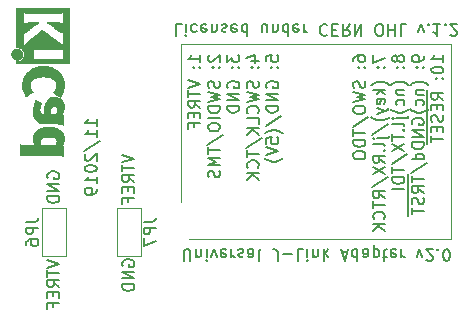
<source format=gbo>
G04 #@! TF.GenerationSoftware,KiCad,Pcbnew,5.1.5-52549c5~84~ubuntu19.04.1*
G04 #@! TF.CreationDate,2019-12-10T10:59:35+01:00*
G04 #@! TF.ProjectId,jlink-tagConnect-adapter-v2,6a6c696e-6b2d-4746-9167-436f6e6e6563,rev?*
G04 #@! TF.SameCoordinates,Original*
G04 #@! TF.FileFunction,Legend,Bot*
G04 #@! TF.FilePolarity,Positive*
%FSLAX46Y46*%
G04 Gerber Fmt 4.6, Leading zero omitted, Abs format (unit mm)*
G04 Created by KiCad (PCBNEW 5.1.5-52549c5~84~ubuntu19.04.1) date 2019-12-10 10:59:35*
%MOMM*%
%LPD*%
G04 APERTURE LIST*
%ADD10C,0.150000*%
%ADD11C,0.120000*%
%ADD12C,0.010000*%
G04 APERTURE END LIST*
D10*
X102687380Y-105330952D02*
X102687380Y-104759523D01*
X102687380Y-105045238D02*
X101687380Y-105045238D01*
X101830238Y-104950000D01*
X101925476Y-104854761D01*
X101973095Y-104759523D01*
X102687380Y-106283333D02*
X102687380Y-105711904D01*
X102687380Y-105997619D02*
X101687380Y-105997619D01*
X101830238Y-105902380D01*
X101925476Y-105807142D01*
X101973095Y-105711904D01*
X101639761Y-107426190D02*
X102925476Y-106569047D01*
X101782619Y-107711904D02*
X101735000Y-107759523D01*
X101687380Y-107854761D01*
X101687380Y-108092857D01*
X101735000Y-108188095D01*
X101782619Y-108235714D01*
X101877857Y-108283333D01*
X101973095Y-108283333D01*
X102115952Y-108235714D01*
X102687380Y-107664285D01*
X102687380Y-108283333D01*
X101687380Y-108902380D02*
X101687380Y-108997619D01*
X101735000Y-109092857D01*
X101782619Y-109140476D01*
X101877857Y-109188095D01*
X102068333Y-109235714D01*
X102306428Y-109235714D01*
X102496904Y-109188095D01*
X102592142Y-109140476D01*
X102639761Y-109092857D01*
X102687380Y-108997619D01*
X102687380Y-108902380D01*
X102639761Y-108807142D01*
X102592142Y-108759523D01*
X102496904Y-108711904D01*
X102306428Y-108664285D01*
X102068333Y-108664285D01*
X101877857Y-108711904D01*
X101782619Y-108759523D01*
X101735000Y-108807142D01*
X101687380Y-108902380D01*
X102687380Y-110188095D02*
X102687380Y-109616666D01*
X102687380Y-109902380D02*
X101687380Y-109902380D01*
X101830238Y-109807142D01*
X101925476Y-109711904D01*
X101973095Y-109616666D01*
X102687380Y-110664285D02*
X102687380Y-110854761D01*
X102639761Y-110950000D01*
X102592142Y-110997619D01*
X102449285Y-111092857D01*
X102258809Y-111140476D01*
X101877857Y-111140476D01*
X101782619Y-111092857D01*
X101735000Y-111045238D01*
X101687380Y-110950000D01*
X101687380Y-110759523D01*
X101735000Y-110664285D01*
X101782619Y-110616666D01*
X101877857Y-110569047D01*
X102115952Y-110569047D01*
X102211190Y-110616666D01*
X102258809Y-110664285D01*
X102306428Y-110759523D01*
X102306428Y-110950000D01*
X102258809Y-111045238D01*
X102211190Y-111092857D01*
X102115952Y-111140476D01*
X110046904Y-116752619D02*
X110046904Y-115943095D01*
X110094523Y-115847857D01*
X110142142Y-115800238D01*
X110237380Y-115752619D01*
X110427857Y-115752619D01*
X110523095Y-115800238D01*
X110570714Y-115847857D01*
X110618333Y-115943095D01*
X110618333Y-116752619D01*
X111094523Y-116419285D02*
X111094523Y-115752619D01*
X111094523Y-116324047D02*
X111142142Y-116371666D01*
X111237380Y-116419285D01*
X111380238Y-116419285D01*
X111475476Y-116371666D01*
X111523095Y-116276428D01*
X111523095Y-115752619D01*
X111999285Y-115752619D02*
X111999285Y-116419285D01*
X111999285Y-116752619D02*
X111951666Y-116705000D01*
X111999285Y-116657380D01*
X112046904Y-116705000D01*
X111999285Y-116752619D01*
X111999285Y-116657380D01*
X112380238Y-116419285D02*
X112618333Y-115752619D01*
X112856428Y-116419285D01*
X113618333Y-115800238D02*
X113523095Y-115752619D01*
X113332619Y-115752619D01*
X113237380Y-115800238D01*
X113189761Y-115895476D01*
X113189761Y-116276428D01*
X113237380Y-116371666D01*
X113332619Y-116419285D01*
X113523095Y-116419285D01*
X113618333Y-116371666D01*
X113665952Y-116276428D01*
X113665952Y-116181190D01*
X113189761Y-116085952D01*
X114094523Y-115752619D02*
X114094523Y-116419285D01*
X114094523Y-116228809D02*
X114142142Y-116324047D01*
X114189761Y-116371666D01*
X114285000Y-116419285D01*
X114380238Y-116419285D01*
X114665952Y-115800238D02*
X114761190Y-115752619D01*
X114951666Y-115752619D01*
X115046904Y-115800238D01*
X115094523Y-115895476D01*
X115094523Y-115943095D01*
X115046904Y-116038333D01*
X114951666Y-116085952D01*
X114808809Y-116085952D01*
X114713571Y-116133571D01*
X114665952Y-116228809D01*
X114665952Y-116276428D01*
X114713571Y-116371666D01*
X114808809Y-116419285D01*
X114951666Y-116419285D01*
X115046904Y-116371666D01*
X115951666Y-115752619D02*
X115951666Y-116276428D01*
X115904047Y-116371666D01*
X115808809Y-116419285D01*
X115618333Y-116419285D01*
X115523095Y-116371666D01*
X115951666Y-115800238D02*
X115856428Y-115752619D01*
X115618333Y-115752619D01*
X115523095Y-115800238D01*
X115475476Y-115895476D01*
X115475476Y-115990714D01*
X115523095Y-116085952D01*
X115618333Y-116133571D01*
X115856428Y-116133571D01*
X115951666Y-116181190D01*
X116570714Y-115752619D02*
X116475476Y-115800238D01*
X116427857Y-115895476D01*
X116427857Y-116752619D01*
X117999285Y-116752619D02*
X117999285Y-116038333D01*
X117951666Y-115895476D01*
X117856428Y-115800238D01*
X117713571Y-115752619D01*
X117618333Y-115752619D01*
X118475476Y-116133571D02*
X119237380Y-116133571D01*
X120189761Y-115752619D02*
X119713571Y-115752619D01*
X119713571Y-116752619D01*
X120523095Y-115752619D02*
X120523095Y-116419285D01*
X120523095Y-116752619D02*
X120475476Y-116705000D01*
X120523095Y-116657380D01*
X120570714Y-116705000D01*
X120523095Y-116752619D01*
X120523095Y-116657380D01*
X120999285Y-116419285D02*
X120999285Y-115752619D01*
X120999285Y-116324047D02*
X121046904Y-116371666D01*
X121142142Y-116419285D01*
X121285000Y-116419285D01*
X121380238Y-116371666D01*
X121427857Y-116276428D01*
X121427857Y-115752619D01*
X121904047Y-115752619D02*
X121904047Y-116752619D01*
X121999285Y-116133571D02*
X122285000Y-115752619D01*
X122285000Y-116419285D02*
X121904047Y-116038333D01*
X123427857Y-116038333D02*
X123904047Y-116038333D01*
X123332619Y-115752619D02*
X123665952Y-116752619D01*
X123999285Y-115752619D01*
X124761190Y-115752619D02*
X124761190Y-116752619D01*
X124761190Y-115800238D02*
X124665952Y-115752619D01*
X124475476Y-115752619D01*
X124380238Y-115800238D01*
X124332619Y-115847857D01*
X124285000Y-115943095D01*
X124285000Y-116228809D01*
X124332619Y-116324047D01*
X124380238Y-116371666D01*
X124475476Y-116419285D01*
X124665952Y-116419285D01*
X124761190Y-116371666D01*
X125665952Y-115752619D02*
X125665952Y-116276428D01*
X125618333Y-116371666D01*
X125523095Y-116419285D01*
X125332619Y-116419285D01*
X125237380Y-116371666D01*
X125665952Y-115800238D02*
X125570714Y-115752619D01*
X125332619Y-115752619D01*
X125237380Y-115800238D01*
X125189761Y-115895476D01*
X125189761Y-115990714D01*
X125237380Y-116085952D01*
X125332619Y-116133571D01*
X125570714Y-116133571D01*
X125665952Y-116181190D01*
X126142142Y-116419285D02*
X126142142Y-115419285D01*
X126142142Y-116371666D02*
X126237380Y-116419285D01*
X126427857Y-116419285D01*
X126523095Y-116371666D01*
X126570714Y-116324047D01*
X126618333Y-116228809D01*
X126618333Y-115943095D01*
X126570714Y-115847857D01*
X126523095Y-115800238D01*
X126427857Y-115752619D01*
X126237380Y-115752619D01*
X126142142Y-115800238D01*
X126904047Y-116419285D02*
X127285000Y-116419285D01*
X127046904Y-116752619D02*
X127046904Y-115895476D01*
X127094523Y-115800238D01*
X127189761Y-115752619D01*
X127285000Y-115752619D01*
X127999285Y-115800238D02*
X127904047Y-115752619D01*
X127713571Y-115752619D01*
X127618333Y-115800238D01*
X127570714Y-115895476D01*
X127570714Y-116276428D01*
X127618333Y-116371666D01*
X127713571Y-116419285D01*
X127904047Y-116419285D01*
X127999285Y-116371666D01*
X128046904Y-116276428D01*
X128046904Y-116181190D01*
X127570714Y-116085952D01*
X128475476Y-115752619D02*
X128475476Y-116419285D01*
X128475476Y-116228809D02*
X128523095Y-116324047D01*
X128570714Y-116371666D01*
X128665952Y-116419285D01*
X128761190Y-116419285D01*
X129761190Y-116419285D02*
X129999285Y-115752619D01*
X130237380Y-116419285D01*
X130570714Y-116657380D02*
X130618333Y-116705000D01*
X130713571Y-116752619D01*
X130951666Y-116752619D01*
X131046904Y-116705000D01*
X131094523Y-116657380D01*
X131142142Y-116562142D01*
X131142142Y-116466904D01*
X131094523Y-116324047D01*
X130523095Y-115752619D01*
X131142142Y-115752619D01*
X131570714Y-115847857D02*
X131618333Y-115800238D01*
X131570714Y-115752619D01*
X131523095Y-115800238D01*
X131570714Y-115847857D01*
X131570714Y-115752619D01*
X132237380Y-116752619D02*
X132332619Y-116752619D01*
X132427857Y-116705000D01*
X132475476Y-116657380D01*
X132523095Y-116562142D01*
X132570714Y-116371666D01*
X132570714Y-116133571D01*
X132523095Y-115943095D01*
X132475476Y-115847857D01*
X132427857Y-115800238D01*
X132332619Y-115752619D01*
X132237380Y-115752619D01*
X132142142Y-115800238D01*
X132094523Y-115847857D01*
X132046904Y-115943095D01*
X131999285Y-116133571D01*
X131999285Y-116371666D01*
X132046904Y-116562142D01*
X132094523Y-116657380D01*
X132142142Y-116705000D01*
X132237380Y-116752619D01*
X109904047Y-96702619D02*
X109427857Y-96702619D01*
X109427857Y-97702619D01*
X110237380Y-96702619D02*
X110237380Y-97369285D01*
X110237380Y-97702619D02*
X110189761Y-97655000D01*
X110237380Y-97607380D01*
X110285000Y-97655000D01*
X110237380Y-97702619D01*
X110237380Y-97607380D01*
X111142142Y-96750238D02*
X111046904Y-96702619D01*
X110856428Y-96702619D01*
X110761190Y-96750238D01*
X110713571Y-96797857D01*
X110665952Y-96893095D01*
X110665952Y-97178809D01*
X110713571Y-97274047D01*
X110761190Y-97321666D01*
X110856428Y-97369285D01*
X111046904Y-97369285D01*
X111142142Y-97321666D01*
X111951666Y-96750238D02*
X111856428Y-96702619D01*
X111665952Y-96702619D01*
X111570714Y-96750238D01*
X111523095Y-96845476D01*
X111523095Y-97226428D01*
X111570714Y-97321666D01*
X111665952Y-97369285D01*
X111856428Y-97369285D01*
X111951666Y-97321666D01*
X111999285Y-97226428D01*
X111999285Y-97131190D01*
X111523095Y-97035952D01*
X112427857Y-97369285D02*
X112427857Y-96702619D01*
X112427857Y-97274047D02*
X112475476Y-97321666D01*
X112570714Y-97369285D01*
X112713571Y-97369285D01*
X112808809Y-97321666D01*
X112856428Y-97226428D01*
X112856428Y-96702619D01*
X113285000Y-96750238D02*
X113380238Y-96702619D01*
X113570714Y-96702619D01*
X113665952Y-96750238D01*
X113713571Y-96845476D01*
X113713571Y-96893095D01*
X113665952Y-96988333D01*
X113570714Y-97035952D01*
X113427857Y-97035952D01*
X113332619Y-97083571D01*
X113285000Y-97178809D01*
X113285000Y-97226428D01*
X113332619Y-97321666D01*
X113427857Y-97369285D01*
X113570714Y-97369285D01*
X113665952Y-97321666D01*
X114523095Y-96750238D02*
X114427857Y-96702619D01*
X114237380Y-96702619D01*
X114142142Y-96750238D01*
X114094523Y-96845476D01*
X114094523Y-97226428D01*
X114142142Y-97321666D01*
X114237380Y-97369285D01*
X114427857Y-97369285D01*
X114523095Y-97321666D01*
X114570714Y-97226428D01*
X114570714Y-97131190D01*
X114094523Y-97035952D01*
X115427857Y-96702619D02*
X115427857Y-97702619D01*
X115427857Y-96750238D02*
X115332619Y-96702619D01*
X115142142Y-96702619D01*
X115046904Y-96750238D01*
X114999285Y-96797857D01*
X114951666Y-96893095D01*
X114951666Y-97178809D01*
X114999285Y-97274047D01*
X115046904Y-97321666D01*
X115142142Y-97369285D01*
X115332619Y-97369285D01*
X115427857Y-97321666D01*
X117094523Y-97369285D02*
X117094523Y-96702619D01*
X116665952Y-97369285D02*
X116665952Y-96845476D01*
X116713571Y-96750238D01*
X116808809Y-96702619D01*
X116951666Y-96702619D01*
X117046904Y-96750238D01*
X117094523Y-96797857D01*
X117570714Y-97369285D02*
X117570714Y-96702619D01*
X117570714Y-97274047D02*
X117618333Y-97321666D01*
X117713571Y-97369285D01*
X117856428Y-97369285D01*
X117951666Y-97321666D01*
X117999285Y-97226428D01*
X117999285Y-96702619D01*
X118904047Y-96702619D02*
X118904047Y-97702619D01*
X118904047Y-96750238D02*
X118808809Y-96702619D01*
X118618333Y-96702619D01*
X118523095Y-96750238D01*
X118475476Y-96797857D01*
X118427857Y-96893095D01*
X118427857Y-97178809D01*
X118475476Y-97274047D01*
X118523095Y-97321666D01*
X118618333Y-97369285D01*
X118808809Y-97369285D01*
X118904047Y-97321666D01*
X119761190Y-96750238D02*
X119665952Y-96702619D01*
X119475476Y-96702619D01*
X119380238Y-96750238D01*
X119332619Y-96845476D01*
X119332619Y-97226428D01*
X119380238Y-97321666D01*
X119475476Y-97369285D01*
X119665952Y-97369285D01*
X119761190Y-97321666D01*
X119808809Y-97226428D01*
X119808809Y-97131190D01*
X119332619Y-97035952D01*
X120237380Y-96702619D02*
X120237380Y-97369285D01*
X120237380Y-97178809D02*
X120285000Y-97274047D01*
X120332619Y-97321666D01*
X120427857Y-97369285D01*
X120523095Y-97369285D01*
X122189761Y-96797857D02*
X122142142Y-96750238D01*
X121999285Y-96702619D01*
X121904047Y-96702619D01*
X121761190Y-96750238D01*
X121665952Y-96845476D01*
X121618333Y-96940714D01*
X121570714Y-97131190D01*
X121570714Y-97274047D01*
X121618333Y-97464523D01*
X121665952Y-97559761D01*
X121761190Y-97655000D01*
X121904047Y-97702619D01*
X121999285Y-97702619D01*
X122142142Y-97655000D01*
X122189761Y-97607380D01*
X122618333Y-97226428D02*
X122951666Y-97226428D01*
X123094523Y-96702619D02*
X122618333Y-96702619D01*
X122618333Y-97702619D01*
X123094523Y-97702619D01*
X124094523Y-96702619D02*
X123761190Y-97178809D01*
X123523095Y-96702619D02*
X123523095Y-97702619D01*
X123904047Y-97702619D01*
X123999285Y-97655000D01*
X124046904Y-97607380D01*
X124094523Y-97512142D01*
X124094523Y-97369285D01*
X124046904Y-97274047D01*
X123999285Y-97226428D01*
X123904047Y-97178809D01*
X123523095Y-97178809D01*
X124523095Y-96702619D02*
X124523095Y-97702619D01*
X125094523Y-96702619D01*
X125094523Y-97702619D01*
X126523095Y-97702619D02*
X126713571Y-97702619D01*
X126808809Y-97655000D01*
X126904047Y-97559761D01*
X126951666Y-97369285D01*
X126951666Y-97035952D01*
X126904047Y-96845476D01*
X126808809Y-96750238D01*
X126713571Y-96702619D01*
X126523095Y-96702619D01*
X126427857Y-96750238D01*
X126332619Y-96845476D01*
X126285000Y-97035952D01*
X126285000Y-97369285D01*
X126332619Y-97559761D01*
X126427857Y-97655000D01*
X126523095Y-97702619D01*
X127380238Y-96702619D02*
X127380238Y-97702619D01*
X127380238Y-97226428D02*
X127951666Y-97226428D01*
X127951666Y-96702619D02*
X127951666Y-97702619D01*
X128904047Y-96702619D02*
X128427857Y-96702619D01*
X128427857Y-97702619D01*
X129904047Y-97369285D02*
X130142142Y-96702619D01*
X130380238Y-97369285D01*
X130761190Y-96797857D02*
X130808809Y-96750238D01*
X130761190Y-96702619D01*
X130713571Y-96750238D01*
X130761190Y-96797857D01*
X130761190Y-96702619D01*
X131761190Y-96702619D02*
X131189761Y-96702619D01*
X131475476Y-96702619D02*
X131475476Y-97702619D01*
X131380238Y-97559761D01*
X131285000Y-97464523D01*
X131189761Y-97416904D01*
X132189761Y-96797857D02*
X132237380Y-96750238D01*
X132189761Y-96702619D01*
X132142142Y-96750238D01*
X132189761Y-96797857D01*
X132189761Y-96702619D01*
X132618333Y-97607380D02*
X132665952Y-97655000D01*
X132761190Y-97702619D01*
X132999285Y-97702619D01*
X133094523Y-97655000D01*
X133142142Y-97607380D01*
X133189761Y-97512142D01*
X133189761Y-97416904D01*
X133142142Y-97274047D01*
X132570714Y-96702619D01*
X133189761Y-96702619D01*
D11*
X132715000Y-114935000D02*
X110490000Y-114935000D01*
X132715000Y-98425000D02*
X132715000Y-114935000D01*
X109855000Y-98425000D02*
X109855000Y-111760000D01*
X132715000Y-98425000D02*
X109855000Y-98425000D01*
D10*
X124422380Y-99824166D02*
X124422380Y-99633690D01*
X124470000Y-99538452D01*
X124517619Y-99490833D01*
X124660476Y-99395595D01*
X124850952Y-99347976D01*
X125231904Y-99347976D01*
X125327142Y-99395595D01*
X125374761Y-99443214D01*
X125422380Y-99538452D01*
X125422380Y-99728928D01*
X125374761Y-99824166D01*
X125327142Y-99871785D01*
X125231904Y-99919404D01*
X124993809Y-99919404D01*
X124898571Y-99871785D01*
X124850952Y-99824166D01*
X124803333Y-99728928D01*
X124803333Y-99538452D01*
X124850952Y-99443214D01*
X124898571Y-99395595D01*
X124993809Y-99347976D01*
X125327142Y-100347976D02*
X125374761Y-100395595D01*
X125422380Y-100347976D01*
X125374761Y-100300357D01*
X125327142Y-100347976D01*
X125422380Y-100347976D01*
X124803333Y-100347976D02*
X124850952Y-100395595D01*
X124898571Y-100347976D01*
X124850952Y-100300357D01*
X124803333Y-100347976D01*
X124898571Y-100347976D01*
X125374761Y-101538452D02*
X125422380Y-101681309D01*
X125422380Y-101919404D01*
X125374761Y-102014642D01*
X125327142Y-102062261D01*
X125231904Y-102109880D01*
X125136666Y-102109880D01*
X125041428Y-102062261D01*
X124993809Y-102014642D01*
X124946190Y-101919404D01*
X124898571Y-101728928D01*
X124850952Y-101633690D01*
X124803333Y-101586071D01*
X124708095Y-101538452D01*
X124612857Y-101538452D01*
X124517619Y-101586071D01*
X124470000Y-101633690D01*
X124422380Y-101728928D01*
X124422380Y-101967023D01*
X124470000Y-102109880D01*
X124422380Y-102443214D02*
X125422380Y-102681309D01*
X124708095Y-102871785D01*
X125422380Y-103062261D01*
X124422380Y-103300357D01*
X124422380Y-103871785D02*
X124422380Y-104062261D01*
X124470000Y-104157500D01*
X124565238Y-104252738D01*
X124755714Y-104300357D01*
X125089047Y-104300357D01*
X125279523Y-104252738D01*
X125374761Y-104157500D01*
X125422380Y-104062261D01*
X125422380Y-103871785D01*
X125374761Y-103776547D01*
X125279523Y-103681309D01*
X125089047Y-103633690D01*
X124755714Y-103633690D01*
X124565238Y-103681309D01*
X124470000Y-103776547D01*
X124422380Y-103871785D01*
X124374761Y-105443214D02*
X125660476Y-104586071D01*
X124422380Y-105633690D02*
X124422380Y-106205119D01*
X125422380Y-105919404D02*
X124422380Y-105919404D01*
X125422380Y-106538452D02*
X124422380Y-106538452D01*
X124422380Y-106776547D01*
X124470000Y-106919404D01*
X124565238Y-107014642D01*
X124660476Y-107062261D01*
X124850952Y-107109880D01*
X124993809Y-107109880D01*
X125184285Y-107062261D01*
X125279523Y-107014642D01*
X125374761Y-106919404D01*
X125422380Y-106776547D01*
X125422380Y-106538452D01*
X124422380Y-107728928D02*
X124422380Y-107919404D01*
X124470000Y-108014642D01*
X124565238Y-108109880D01*
X124755714Y-108157500D01*
X125089047Y-108157500D01*
X125279523Y-108109880D01*
X125374761Y-108014642D01*
X125422380Y-107919404D01*
X125422380Y-107728928D01*
X125374761Y-107633690D01*
X125279523Y-107538452D01*
X125089047Y-107490833D01*
X124755714Y-107490833D01*
X124565238Y-107538452D01*
X124470000Y-107633690D01*
X124422380Y-107728928D01*
X126072380Y-99300357D02*
X126072380Y-99967023D01*
X127072380Y-99538452D01*
X126977142Y-100347976D02*
X127024761Y-100395595D01*
X127072380Y-100347976D01*
X127024761Y-100300357D01*
X126977142Y-100347976D01*
X127072380Y-100347976D01*
X126453333Y-100347976D02*
X126500952Y-100395595D01*
X126548571Y-100347976D01*
X126500952Y-100300357D01*
X126453333Y-100347976D01*
X126548571Y-100347976D01*
X127453333Y-101871785D02*
X127405714Y-101824166D01*
X127262857Y-101728928D01*
X127167619Y-101681309D01*
X127024761Y-101633690D01*
X126786666Y-101586071D01*
X126596190Y-101586071D01*
X126358095Y-101633690D01*
X126215238Y-101681309D01*
X126120000Y-101728928D01*
X125977142Y-101824166D01*
X125929523Y-101871785D01*
X127072380Y-102252738D02*
X126072380Y-102252738D01*
X126691428Y-102347976D02*
X127072380Y-102633690D01*
X126405714Y-102633690D02*
X126786666Y-102252738D01*
X127024761Y-103443214D02*
X127072380Y-103347976D01*
X127072380Y-103157500D01*
X127024761Y-103062261D01*
X126929523Y-103014642D01*
X126548571Y-103014642D01*
X126453333Y-103062261D01*
X126405714Y-103157500D01*
X126405714Y-103347976D01*
X126453333Y-103443214D01*
X126548571Y-103490833D01*
X126643809Y-103490833D01*
X126739047Y-103014642D01*
X126405714Y-103824166D02*
X127072380Y-104062261D01*
X126405714Y-104300357D02*
X127072380Y-104062261D01*
X127310476Y-103967023D01*
X127358095Y-103919404D01*
X127405714Y-103824166D01*
X127453333Y-104586071D02*
X127405714Y-104633690D01*
X127262857Y-104728928D01*
X127167619Y-104776547D01*
X127024761Y-104824166D01*
X126786666Y-104871785D01*
X126596190Y-104871785D01*
X126358095Y-104824166D01*
X126215238Y-104776547D01*
X126120000Y-104728928D01*
X125977142Y-104633690D01*
X125929523Y-104586071D01*
X126024761Y-106062261D02*
X127310476Y-105205119D01*
X126405714Y-106395595D02*
X127262857Y-106395595D01*
X127358095Y-106347976D01*
X127405714Y-106252738D01*
X127405714Y-106205119D01*
X126072380Y-106395595D02*
X126120000Y-106347976D01*
X126167619Y-106395595D01*
X126120000Y-106443214D01*
X126072380Y-106395595D01*
X126167619Y-106395595D01*
X127072380Y-107014642D02*
X127024761Y-106919404D01*
X126929523Y-106871785D01*
X126072380Y-106871785D01*
X126977142Y-107395595D02*
X127024761Y-107443214D01*
X127072380Y-107395595D01*
X127024761Y-107347976D01*
X126977142Y-107395595D01*
X127072380Y-107395595D01*
X127072380Y-108443214D02*
X126596190Y-108109880D01*
X127072380Y-107871785D02*
X126072380Y-107871785D01*
X126072380Y-108252738D01*
X126120000Y-108347976D01*
X126167619Y-108395595D01*
X126262857Y-108443214D01*
X126405714Y-108443214D01*
X126500952Y-108395595D01*
X126548571Y-108347976D01*
X126596190Y-108252738D01*
X126596190Y-107871785D01*
X126072380Y-108776547D02*
X127072380Y-109443214D01*
X126072380Y-109443214D02*
X127072380Y-108776547D01*
X126024761Y-110538452D02*
X127310476Y-109681309D01*
X127072380Y-111443214D02*
X126596190Y-111109880D01*
X127072380Y-110871785D02*
X126072380Y-110871785D01*
X126072380Y-111252738D01*
X126120000Y-111347976D01*
X126167619Y-111395595D01*
X126262857Y-111443214D01*
X126405714Y-111443214D01*
X126500952Y-111395595D01*
X126548571Y-111347976D01*
X126596190Y-111252738D01*
X126596190Y-110871785D01*
X126072380Y-111728928D02*
X126072380Y-112300357D01*
X127072380Y-112014642D02*
X126072380Y-112014642D01*
X126977142Y-113205119D02*
X127024761Y-113157500D01*
X127072380Y-113014642D01*
X127072380Y-112919404D01*
X127024761Y-112776547D01*
X126929523Y-112681309D01*
X126834285Y-112633690D01*
X126643809Y-112586071D01*
X126500952Y-112586071D01*
X126310476Y-112633690D01*
X126215238Y-112681309D01*
X126120000Y-112776547D01*
X126072380Y-112919404D01*
X126072380Y-113014642D01*
X126120000Y-113157500D01*
X126167619Y-113205119D01*
X127072380Y-113633690D02*
X126072380Y-113633690D01*
X127072380Y-114205119D02*
X126500952Y-113776547D01*
X126072380Y-114205119D02*
X126643809Y-113633690D01*
X128150952Y-99538452D02*
X128103333Y-99443214D01*
X128055714Y-99395595D01*
X127960476Y-99347976D01*
X127912857Y-99347976D01*
X127817619Y-99395595D01*
X127770000Y-99443214D01*
X127722380Y-99538452D01*
X127722380Y-99728928D01*
X127770000Y-99824166D01*
X127817619Y-99871785D01*
X127912857Y-99919404D01*
X127960476Y-99919404D01*
X128055714Y-99871785D01*
X128103333Y-99824166D01*
X128150952Y-99728928D01*
X128150952Y-99538452D01*
X128198571Y-99443214D01*
X128246190Y-99395595D01*
X128341428Y-99347976D01*
X128531904Y-99347976D01*
X128627142Y-99395595D01*
X128674761Y-99443214D01*
X128722380Y-99538452D01*
X128722380Y-99728928D01*
X128674761Y-99824166D01*
X128627142Y-99871785D01*
X128531904Y-99919404D01*
X128341428Y-99919404D01*
X128246190Y-99871785D01*
X128198571Y-99824166D01*
X128150952Y-99728928D01*
X128627142Y-100347976D02*
X128674761Y-100395595D01*
X128722380Y-100347976D01*
X128674761Y-100300357D01*
X128627142Y-100347976D01*
X128722380Y-100347976D01*
X128103333Y-100347976D02*
X128150952Y-100395595D01*
X128198571Y-100347976D01*
X128150952Y-100300357D01*
X128103333Y-100347976D01*
X128198571Y-100347976D01*
X129103333Y-101871785D02*
X129055714Y-101824166D01*
X128912857Y-101728928D01*
X128817619Y-101681309D01*
X128674761Y-101633690D01*
X128436666Y-101586071D01*
X128246190Y-101586071D01*
X128008095Y-101633690D01*
X127865238Y-101681309D01*
X127770000Y-101728928D01*
X127627142Y-101824166D01*
X127579523Y-101871785D01*
X128055714Y-102252738D02*
X128722380Y-102252738D01*
X128150952Y-102252738D02*
X128103333Y-102300357D01*
X128055714Y-102395595D01*
X128055714Y-102538452D01*
X128103333Y-102633690D01*
X128198571Y-102681309D01*
X128722380Y-102681309D01*
X128674761Y-103586071D02*
X128722380Y-103490833D01*
X128722380Y-103300357D01*
X128674761Y-103205119D01*
X128627142Y-103157500D01*
X128531904Y-103109880D01*
X128246190Y-103109880D01*
X128150952Y-103157500D01*
X128103333Y-103205119D01*
X128055714Y-103300357D01*
X128055714Y-103490833D01*
X128103333Y-103586071D01*
X129103333Y-103919404D02*
X129055714Y-103967023D01*
X128912857Y-104062261D01*
X128817619Y-104109880D01*
X128674761Y-104157500D01*
X128436666Y-104205119D01*
X128246190Y-104205119D01*
X128008095Y-104157500D01*
X127865238Y-104109880D01*
X127770000Y-104062261D01*
X127627142Y-103967023D01*
X127579523Y-103919404D01*
X128055714Y-104681309D02*
X128912857Y-104681309D01*
X129008095Y-104633690D01*
X129055714Y-104538452D01*
X129055714Y-104490833D01*
X127722380Y-104681309D02*
X127770000Y-104633690D01*
X127817619Y-104681309D01*
X127770000Y-104728928D01*
X127722380Y-104681309D01*
X127817619Y-104681309D01*
X128722380Y-105300357D02*
X128674761Y-105205119D01*
X128579523Y-105157500D01*
X127722380Y-105157500D01*
X128627142Y-105681309D02*
X128674761Y-105728928D01*
X128722380Y-105681309D01*
X128674761Y-105633690D01*
X128627142Y-105681309D01*
X128722380Y-105681309D01*
X127722380Y-106014642D02*
X127722380Y-106586071D01*
X128722380Y-106300357D02*
X127722380Y-106300357D01*
X127722380Y-106824166D02*
X128722380Y-107490833D01*
X127722380Y-107490833D02*
X128722380Y-106824166D01*
X127674761Y-108586071D02*
X128960476Y-107728928D01*
X127722380Y-108776547D02*
X127722380Y-109347976D01*
X128722380Y-109062261D02*
X127722380Y-109062261D01*
X128722380Y-109681309D02*
X127722380Y-109681309D01*
X127722380Y-109919404D01*
X127770000Y-110062261D01*
X127865238Y-110157500D01*
X127960476Y-110205119D01*
X128150952Y-110252738D01*
X128293809Y-110252738D01*
X128484285Y-110205119D01*
X128579523Y-110157500D01*
X128674761Y-110062261D01*
X128722380Y-109919404D01*
X128722380Y-109681309D01*
X128722380Y-110681309D02*
X127722380Y-110681309D01*
X130372380Y-99443214D02*
X130372380Y-99633690D01*
X130324761Y-99728928D01*
X130277142Y-99776547D01*
X130134285Y-99871785D01*
X129943809Y-99919404D01*
X129562857Y-99919404D01*
X129467619Y-99871785D01*
X129420000Y-99824166D01*
X129372380Y-99728928D01*
X129372380Y-99538452D01*
X129420000Y-99443214D01*
X129467619Y-99395595D01*
X129562857Y-99347976D01*
X129800952Y-99347976D01*
X129896190Y-99395595D01*
X129943809Y-99443214D01*
X129991428Y-99538452D01*
X129991428Y-99728928D01*
X129943809Y-99824166D01*
X129896190Y-99871785D01*
X129800952Y-99919404D01*
X130277142Y-100347976D02*
X130324761Y-100395595D01*
X130372380Y-100347976D01*
X130324761Y-100300357D01*
X130277142Y-100347976D01*
X130372380Y-100347976D01*
X129753333Y-100347976D02*
X129800952Y-100395595D01*
X129848571Y-100347976D01*
X129800952Y-100300357D01*
X129753333Y-100347976D01*
X129848571Y-100347976D01*
X130753333Y-101871785D02*
X130705714Y-101824166D01*
X130562857Y-101728928D01*
X130467619Y-101681309D01*
X130324761Y-101633690D01*
X130086666Y-101586071D01*
X129896190Y-101586071D01*
X129658095Y-101633690D01*
X129515238Y-101681309D01*
X129420000Y-101728928D01*
X129277142Y-101824166D01*
X129229523Y-101871785D01*
X129705714Y-102252738D02*
X130372380Y-102252738D01*
X129800952Y-102252738D02*
X129753333Y-102300357D01*
X129705714Y-102395595D01*
X129705714Y-102538452D01*
X129753333Y-102633690D01*
X129848571Y-102681309D01*
X130372380Y-102681309D01*
X130324761Y-103586071D02*
X130372380Y-103490833D01*
X130372380Y-103300357D01*
X130324761Y-103205119D01*
X130277142Y-103157500D01*
X130181904Y-103109880D01*
X129896190Y-103109880D01*
X129800952Y-103157500D01*
X129753333Y-103205119D01*
X129705714Y-103300357D01*
X129705714Y-103490833D01*
X129753333Y-103586071D01*
X130753333Y-103919404D02*
X130705714Y-103967023D01*
X130562857Y-104062261D01*
X130467619Y-104109880D01*
X130324761Y-104157500D01*
X130086666Y-104205119D01*
X129896190Y-104205119D01*
X129658095Y-104157500D01*
X129515238Y-104109880D01*
X129420000Y-104062261D01*
X129277142Y-103967023D01*
X129229523Y-103919404D01*
X129420000Y-105205119D02*
X129372380Y-105109880D01*
X129372380Y-104967023D01*
X129420000Y-104824166D01*
X129515238Y-104728928D01*
X129610476Y-104681309D01*
X129800952Y-104633690D01*
X129943809Y-104633690D01*
X130134285Y-104681309D01*
X130229523Y-104728928D01*
X130324761Y-104824166D01*
X130372380Y-104967023D01*
X130372380Y-105062261D01*
X130324761Y-105205119D01*
X130277142Y-105252738D01*
X129943809Y-105252738D01*
X129943809Y-105062261D01*
X130372380Y-105681309D02*
X129372380Y-105681309D01*
X130372380Y-106252738D01*
X129372380Y-106252738D01*
X130372380Y-106728928D02*
X129372380Y-106728928D01*
X129372380Y-106967023D01*
X129420000Y-107109880D01*
X129515238Y-107205119D01*
X129610476Y-107252738D01*
X129800952Y-107300357D01*
X129943809Y-107300357D01*
X130134285Y-107252738D01*
X130229523Y-107205119D01*
X130324761Y-107109880D01*
X130372380Y-106967023D01*
X130372380Y-106728928D01*
X130372380Y-108157500D02*
X129372380Y-108157500D01*
X130324761Y-108157500D02*
X130372380Y-108062261D01*
X130372380Y-107871785D01*
X130324761Y-107776547D01*
X130277142Y-107728928D01*
X130181904Y-107681309D01*
X129896190Y-107681309D01*
X129800952Y-107728928D01*
X129753333Y-107776547D01*
X129705714Y-107871785D01*
X129705714Y-108062261D01*
X129753333Y-108157500D01*
X129324761Y-109347976D02*
X130610476Y-108490833D01*
X129005000Y-109443214D02*
X129005000Y-110205119D01*
X129372380Y-109538452D02*
X129372380Y-110109880D01*
X130372380Y-109824166D02*
X129372380Y-109824166D01*
X129005000Y-110205119D02*
X129005000Y-111205119D01*
X130372380Y-111014642D02*
X129896190Y-110681309D01*
X130372380Y-110443214D02*
X129372380Y-110443214D01*
X129372380Y-110824166D01*
X129420000Y-110919404D01*
X129467619Y-110967023D01*
X129562857Y-111014642D01*
X129705714Y-111014642D01*
X129800952Y-110967023D01*
X129848571Y-110919404D01*
X129896190Y-110824166D01*
X129896190Y-110443214D01*
X129005000Y-111205119D02*
X129005000Y-112157500D01*
X130324761Y-111395595D02*
X130372380Y-111538452D01*
X130372380Y-111776547D01*
X130324761Y-111871785D01*
X130277142Y-111919404D01*
X130181904Y-111967023D01*
X130086666Y-111967023D01*
X129991428Y-111919404D01*
X129943809Y-111871785D01*
X129896190Y-111776547D01*
X129848571Y-111586071D01*
X129800952Y-111490833D01*
X129753333Y-111443214D01*
X129658095Y-111395595D01*
X129562857Y-111395595D01*
X129467619Y-111443214D01*
X129420000Y-111490833D01*
X129372380Y-111586071D01*
X129372380Y-111824166D01*
X129420000Y-111967023D01*
X129005000Y-112157500D02*
X129005000Y-112919404D01*
X129372380Y-112252738D02*
X129372380Y-112824166D01*
X130372380Y-112538452D02*
X129372380Y-112538452D01*
X132022380Y-99919404D02*
X132022380Y-99347976D01*
X132022380Y-99633690D02*
X131022380Y-99633690D01*
X131165238Y-99538452D01*
X131260476Y-99443214D01*
X131308095Y-99347976D01*
X131022380Y-100538452D02*
X131022380Y-100633690D01*
X131070000Y-100728928D01*
X131117619Y-100776547D01*
X131212857Y-100824166D01*
X131403333Y-100871785D01*
X131641428Y-100871785D01*
X131831904Y-100824166D01*
X131927142Y-100776547D01*
X131974761Y-100728928D01*
X132022380Y-100633690D01*
X132022380Y-100538452D01*
X131974761Y-100443214D01*
X131927142Y-100395595D01*
X131831904Y-100347976D01*
X131641428Y-100300357D01*
X131403333Y-100300357D01*
X131212857Y-100347976D01*
X131117619Y-100395595D01*
X131070000Y-100443214D01*
X131022380Y-100538452D01*
X131927142Y-101300357D02*
X131974761Y-101347976D01*
X132022380Y-101300357D01*
X131974761Y-101252738D01*
X131927142Y-101300357D01*
X132022380Y-101300357D01*
X131403333Y-101300357D02*
X131450952Y-101347976D01*
X131498571Y-101300357D01*
X131450952Y-101252738D01*
X131403333Y-101300357D01*
X131498571Y-101300357D01*
X130655000Y-102300357D02*
X130655000Y-103300357D01*
X132022380Y-103109880D02*
X131546190Y-102776547D01*
X132022380Y-102538452D02*
X131022380Y-102538452D01*
X131022380Y-102919404D01*
X131070000Y-103014642D01*
X131117619Y-103062261D01*
X131212857Y-103109880D01*
X131355714Y-103109880D01*
X131450952Y-103062261D01*
X131498571Y-103014642D01*
X131546190Y-102919404D01*
X131546190Y-102538452D01*
X130655000Y-103300357D02*
X130655000Y-104205119D01*
X131498571Y-103538452D02*
X131498571Y-103871785D01*
X132022380Y-104014642D02*
X132022380Y-103538452D01*
X131022380Y-103538452D01*
X131022380Y-104014642D01*
X130655000Y-104205119D02*
X130655000Y-105157500D01*
X131974761Y-104395595D02*
X132022380Y-104538452D01*
X132022380Y-104776547D01*
X131974761Y-104871785D01*
X131927142Y-104919404D01*
X131831904Y-104967023D01*
X131736666Y-104967023D01*
X131641428Y-104919404D01*
X131593809Y-104871785D01*
X131546190Y-104776547D01*
X131498571Y-104586071D01*
X131450952Y-104490833D01*
X131403333Y-104443214D01*
X131308095Y-104395595D01*
X131212857Y-104395595D01*
X131117619Y-104443214D01*
X131070000Y-104490833D01*
X131022380Y-104586071D01*
X131022380Y-104824166D01*
X131070000Y-104967023D01*
X130655000Y-105157500D02*
X130655000Y-106062261D01*
X131498571Y-105395595D02*
X131498571Y-105728928D01*
X132022380Y-105871785D02*
X132022380Y-105395595D01*
X131022380Y-105395595D01*
X131022380Y-105871785D01*
X130655000Y-106062261D02*
X130655000Y-106824166D01*
X131022380Y-106157500D02*
X131022380Y-106728928D01*
X132022380Y-106443214D02*
X131022380Y-106443214D01*
X111452380Y-99919404D02*
X111452380Y-99347976D01*
X111452380Y-99633690D02*
X110452380Y-99633690D01*
X110595238Y-99538452D01*
X110690476Y-99443214D01*
X110738095Y-99347976D01*
X111357142Y-100347976D02*
X111404761Y-100395595D01*
X111452380Y-100347976D01*
X111404761Y-100300357D01*
X111357142Y-100347976D01*
X111452380Y-100347976D01*
X110833333Y-100347976D02*
X110880952Y-100395595D01*
X110928571Y-100347976D01*
X110880952Y-100300357D01*
X110833333Y-100347976D01*
X110928571Y-100347976D01*
X110452380Y-101443214D02*
X111452380Y-101776547D01*
X110452380Y-102109880D01*
X110452380Y-102300357D02*
X110452380Y-102871785D01*
X111452380Y-102586071D02*
X110452380Y-102586071D01*
X111452380Y-103776547D02*
X110976190Y-103443214D01*
X111452380Y-103205119D02*
X110452380Y-103205119D01*
X110452380Y-103586071D01*
X110500000Y-103681309D01*
X110547619Y-103728928D01*
X110642857Y-103776547D01*
X110785714Y-103776547D01*
X110880952Y-103728928D01*
X110928571Y-103681309D01*
X110976190Y-103586071D01*
X110976190Y-103205119D01*
X110928571Y-104205119D02*
X110928571Y-104538452D01*
X111452380Y-104681309D02*
X111452380Y-104205119D01*
X110452380Y-104205119D01*
X110452380Y-104681309D01*
X110928571Y-105443214D02*
X110928571Y-105109880D01*
X111452380Y-105109880D02*
X110452380Y-105109880D01*
X110452380Y-105586071D01*
X112197619Y-99347976D02*
X112150000Y-99395595D01*
X112102380Y-99490833D01*
X112102380Y-99728928D01*
X112150000Y-99824166D01*
X112197619Y-99871785D01*
X112292857Y-99919404D01*
X112388095Y-99919404D01*
X112530952Y-99871785D01*
X113102380Y-99300357D01*
X113102380Y-99919404D01*
X113007142Y-100347976D02*
X113054761Y-100395595D01*
X113102380Y-100347976D01*
X113054761Y-100300357D01*
X113007142Y-100347976D01*
X113102380Y-100347976D01*
X112483333Y-100347976D02*
X112530952Y-100395595D01*
X112578571Y-100347976D01*
X112530952Y-100300357D01*
X112483333Y-100347976D01*
X112578571Y-100347976D01*
X113054761Y-101538452D02*
X113102380Y-101681309D01*
X113102380Y-101919404D01*
X113054761Y-102014642D01*
X113007142Y-102062261D01*
X112911904Y-102109880D01*
X112816666Y-102109880D01*
X112721428Y-102062261D01*
X112673809Y-102014642D01*
X112626190Y-101919404D01*
X112578571Y-101728928D01*
X112530952Y-101633690D01*
X112483333Y-101586071D01*
X112388095Y-101538452D01*
X112292857Y-101538452D01*
X112197619Y-101586071D01*
X112150000Y-101633690D01*
X112102380Y-101728928D01*
X112102380Y-101967023D01*
X112150000Y-102109880D01*
X112102380Y-102443214D02*
X113102380Y-102681309D01*
X112388095Y-102871785D01*
X113102380Y-103062261D01*
X112102380Y-103300357D01*
X113102380Y-103681309D02*
X112102380Y-103681309D01*
X112102380Y-103919404D01*
X112150000Y-104062261D01*
X112245238Y-104157500D01*
X112340476Y-104205119D01*
X112530952Y-104252738D01*
X112673809Y-104252738D01*
X112864285Y-104205119D01*
X112959523Y-104157500D01*
X113054761Y-104062261D01*
X113102380Y-103919404D01*
X113102380Y-103681309D01*
X113102380Y-104681309D02*
X112102380Y-104681309D01*
X112102380Y-105347976D02*
X112102380Y-105538452D01*
X112150000Y-105633690D01*
X112245238Y-105728928D01*
X112435714Y-105776547D01*
X112769047Y-105776547D01*
X112959523Y-105728928D01*
X113054761Y-105633690D01*
X113102380Y-105538452D01*
X113102380Y-105347976D01*
X113054761Y-105252738D01*
X112959523Y-105157500D01*
X112769047Y-105109880D01*
X112435714Y-105109880D01*
X112245238Y-105157500D01*
X112150000Y-105252738D01*
X112102380Y-105347976D01*
X112054761Y-106919404D02*
X113340476Y-106062261D01*
X112102380Y-107109880D02*
X112102380Y-107681309D01*
X113102380Y-107395595D02*
X112102380Y-107395595D01*
X113102380Y-108014642D02*
X112102380Y-108014642D01*
X112816666Y-108347976D01*
X112102380Y-108681309D01*
X113102380Y-108681309D01*
X113054761Y-109109880D02*
X113102380Y-109252738D01*
X113102380Y-109490833D01*
X113054761Y-109586071D01*
X113007142Y-109633690D01*
X112911904Y-109681309D01*
X112816666Y-109681309D01*
X112721428Y-109633690D01*
X112673809Y-109586071D01*
X112626190Y-109490833D01*
X112578571Y-109300357D01*
X112530952Y-109205119D01*
X112483333Y-109157500D01*
X112388095Y-109109880D01*
X112292857Y-109109880D01*
X112197619Y-109157500D01*
X112150000Y-109205119D01*
X112102380Y-109300357D01*
X112102380Y-109538452D01*
X112150000Y-109681309D01*
X113752380Y-99300357D02*
X113752380Y-99919404D01*
X114133333Y-99586071D01*
X114133333Y-99728928D01*
X114180952Y-99824166D01*
X114228571Y-99871785D01*
X114323809Y-99919404D01*
X114561904Y-99919404D01*
X114657142Y-99871785D01*
X114704761Y-99824166D01*
X114752380Y-99728928D01*
X114752380Y-99443214D01*
X114704761Y-99347976D01*
X114657142Y-99300357D01*
X114657142Y-100347976D02*
X114704761Y-100395595D01*
X114752380Y-100347976D01*
X114704761Y-100300357D01*
X114657142Y-100347976D01*
X114752380Y-100347976D01*
X114133333Y-100347976D02*
X114180952Y-100395595D01*
X114228571Y-100347976D01*
X114180952Y-100300357D01*
X114133333Y-100347976D01*
X114228571Y-100347976D01*
X113800000Y-102109880D02*
X113752380Y-102014642D01*
X113752380Y-101871785D01*
X113800000Y-101728928D01*
X113895238Y-101633690D01*
X113990476Y-101586071D01*
X114180952Y-101538452D01*
X114323809Y-101538452D01*
X114514285Y-101586071D01*
X114609523Y-101633690D01*
X114704761Y-101728928D01*
X114752380Y-101871785D01*
X114752380Y-101967023D01*
X114704761Y-102109880D01*
X114657142Y-102157500D01*
X114323809Y-102157500D01*
X114323809Y-101967023D01*
X114752380Y-102586071D02*
X113752380Y-102586071D01*
X114752380Y-103157500D01*
X113752380Y-103157500D01*
X114752380Y-103633690D02*
X113752380Y-103633690D01*
X113752380Y-103871785D01*
X113800000Y-104014642D01*
X113895238Y-104109880D01*
X113990476Y-104157500D01*
X114180952Y-104205119D01*
X114323809Y-104205119D01*
X114514285Y-104157500D01*
X114609523Y-104109880D01*
X114704761Y-104014642D01*
X114752380Y-103871785D01*
X114752380Y-103633690D01*
X115735714Y-99824166D02*
X116402380Y-99824166D01*
X115354761Y-99586071D02*
X116069047Y-99347976D01*
X116069047Y-99967023D01*
X116307142Y-100347976D02*
X116354761Y-100395595D01*
X116402380Y-100347976D01*
X116354761Y-100300357D01*
X116307142Y-100347976D01*
X116402380Y-100347976D01*
X115783333Y-100347976D02*
X115830952Y-100395595D01*
X115878571Y-100347976D01*
X115830952Y-100300357D01*
X115783333Y-100347976D01*
X115878571Y-100347976D01*
X116354761Y-101538452D02*
X116402380Y-101681309D01*
X116402380Y-101919404D01*
X116354761Y-102014642D01*
X116307142Y-102062261D01*
X116211904Y-102109880D01*
X116116666Y-102109880D01*
X116021428Y-102062261D01*
X115973809Y-102014642D01*
X115926190Y-101919404D01*
X115878571Y-101728928D01*
X115830952Y-101633690D01*
X115783333Y-101586071D01*
X115688095Y-101538452D01*
X115592857Y-101538452D01*
X115497619Y-101586071D01*
X115450000Y-101633690D01*
X115402380Y-101728928D01*
X115402380Y-101967023D01*
X115450000Y-102109880D01*
X115402380Y-102443214D02*
X116402380Y-102681309D01*
X115688095Y-102871785D01*
X116402380Y-103062261D01*
X115402380Y-103300357D01*
X116307142Y-104252738D02*
X116354761Y-104205119D01*
X116402380Y-104062261D01*
X116402380Y-103967023D01*
X116354761Y-103824166D01*
X116259523Y-103728928D01*
X116164285Y-103681309D01*
X115973809Y-103633690D01*
X115830952Y-103633690D01*
X115640476Y-103681309D01*
X115545238Y-103728928D01*
X115450000Y-103824166D01*
X115402380Y-103967023D01*
X115402380Y-104062261D01*
X115450000Y-104205119D01*
X115497619Y-104252738D01*
X116402380Y-105157500D02*
X116402380Y-104681309D01*
X115402380Y-104681309D01*
X116402380Y-105490833D02*
X115402380Y-105490833D01*
X116402380Y-106062261D02*
X115830952Y-105633690D01*
X115402380Y-106062261D02*
X115973809Y-105490833D01*
X115354761Y-107205119D02*
X116640476Y-106347976D01*
X115402380Y-107395595D02*
X115402380Y-107967023D01*
X116402380Y-107681309D02*
X115402380Y-107681309D01*
X116307142Y-108871785D02*
X116354761Y-108824166D01*
X116402380Y-108681309D01*
X116402380Y-108586071D01*
X116354761Y-108443214D01*
X116259523Y-108347976D01*
X116164285Y-108300357D01*
X115973809Y-108252738D01*
X115830952Y-108252738D01*
X115640476Y-108300357D01*
X115545238Y-108347976D01*
X115450000Y-108443214D01*
X115402380Y-108586071D01*
X115402380Y-108681309D01*
X115450000Y-108824166D01*
X115497619Y-108871785D01*
X116402380Y-109300357D02*
X115402380Y-109300357D01*
X116402380Y-109871785D02*
X115830952Y-109443214D01*
X115402380Y-109871785D02*
X115973809Y-109300357D01*
X117052380Y-99871785D02*
X117052380Y-99395595D01*
X117528571Y-99347976D01*
X117480952Y-99395595D01*
X117433333Y-99490833D01*
X117433333Y-99728928D01*
X117480952Y-99824166D01*
X117528571Y-99871785D01*
X117623809Y-99919404D01*
X117861904Y-99919404D01*
X117957142Y-99871785D01*
X118004761Y-99824166D01*
X118052380Y-99728928D01*
X118052380Y-99490833D01*
X118004761Y-99395595D01*
X117957142Y-99347976D01*
X117957142Y-100347976D02*
X118004761Y-100395595D01*
X118052380Y-100347976D01*
X118004761Y-100300357D01*
X117957142Y-100347976D01*
X118052380Y-100347976D01*
X117433333Y-100347976D02*
X117480952Y-100395595D01*
X117528571Y-100347976D01*
X117480952Y-100300357D01*
X117433333Y-100347976D01*
X117528571Y-100347976D01*
X117100000Y-102109880D02*
X117052380Y-102014642D01*
X117052380Y-101871785D01*
X117100000Y-101728928D01*
X117195238Y-101633690D01*
X117290476Y-101586071D01*
X117480952Y-101538452D01*
X117623809Y-101538452D01*
X117814285Y-101586071D01*
X117909523Y-101633690D01*
X118004761Y-101728928D01*
X118052380Y-101871785D01*
X118052380Y-101967023D01*
X118004761Y-102109880D01*
X117957142Y-102157500D01*
X117623809Y-102157500D01*
X117623809Y-101967023D01*
X118052380Y-102586071D02*
X117052380Y-102586071D01*
X118052380Y-103157500D01*
X117052380Y-103157500D01*
X118052380Y-103633690D02*
X117052380Y-103633690D01*
X117052380Y-103871785D01*
X117100000Y-104014642D01*
X117195238Y-104109880D01*
X117290476Y-104157500D01*
X117480952Y-104205119D01*
X117623809Y-104205119D01*
X117814285Y-104157500D01*
X117909523Y-104109880D01*
X118004761Y-104014642D01*
X118052380Y-103871785D01*
X118052380Y-103633690D01*
X117004761Y-105347976D02*
X118290476Y-104490833D01*
X118433333Y-105967023D02*
X118385714Y-105919404D01*
X118242857Y-105824166D01*
X118147619Y-105776547D01*
X118004761Y-105728928D01*
X117766666Y-105681309D01*
X117576190Y-105681309D01*
X117338095Y-105728928D01*
X117195238Y-105776547D01*
X117100000Y-105824166D01*
X116957142Y-105919404D01*
X116909523Y-105967023D01*
X117052380Y-106824166D02*
X117052380Y-106347976D01*
X117528571Y-106300357D01*
X117480952Y-106347976D01*
X117433333Y-106443214D01*
X117433333Y-106681309D01*
X117480952Y-106776547D01*
X117528571Y-106824166D01*
X117623809Y-106871785D01*
X117861904Y-106871785D01*
X117957142Y-106824166D01*
X118004761Y-106776547D01*
X118052380Y-106681309D01*
X118052380Y-106443214D01*
X118004761Y-106347976D01*
X117957142Y-106300357D01*
X117052380Y-107157500D02*
X118052380Y-107490833D01*
X117052380Y-107824166D01*
X118433333Y-108062261D02*
X118385714Y-108109880D01*
X118242857Y-108205119D01*
X118147619Y-108252738D01*
X118004761Y-108300357D01*
X117766666Y-108347976D01*
X117576190Y-108347976D01*
X117338095Y-108300357D01*
X117195238Y-108252738D01*
X117100000Y-108205119D01*
X116957142Y-108109880D01*
X116909523Y-108062261D01*
D12*
G36*
X95451571Y-99326957D02*
G01*
X95475809Y-99423232D01*
X95518641Y-99509816D01*
X95578419Y-99584627D01*
X95653494Y-99645582D01*
X95742220Y-99690601D01*
X95838530Y-99716864D01*
X95935795Y-99722714D01*
X96029654Y-99707860D01*
X96117511Y-99674160D01*
X96196770Y-99623472D01*
X96264836Y-99557655D01*
X96319112Y-99478566D01*
X96357002Y-99388066D01*
X96369426Y-99336800D01*
X96376947Y-99292302D01*
X96379919Y-99258001D01*
X96378094Y-99225040D01*
X96371225Y-99184566D01*
X96364250Y-99151469D01*
X96332741Y-99058053D01*
X96281617Y-98974381D01*
X96212429Y-98902335D01*
X96126728Y-98843800D01*
X96099489Y-98829852D01*
X96063122Y-98813414D01*
X96032582Y-98803106D01*
X96000450Y-98797540D01*
X95959307Y-98795331D01*
X95913222Y-98795052D01*
X95828865Y-98799139D01*
X95759586Y-98812554D01*
X95698961Y-98837744D01*
X95640567Y-98877154D01*
X95596302Y-98915702D01*
X95530484Y-98987594D01*
X95485053Y-99062687D01*
X95457850Y-99145438D01*
X95447576Y-99223072D01*
X95451571Y-99326957D01*
G37*
X95451571Y-99326957D02*
X95475809Y-99423232D01*
X95518641Y-99509816D01*
X95578419Y-99584627D01*
X95653494Y-99645582D01*
X95742220Y-99690601D01*
X95838530Y-99716864D01*
X95935795Y-99722714D01*
X96029654Y-99707860D01*
X96117511Y-99674160D01*
X96196770Y-99623472D01*
X96264836Y-99557655D01*
X96319112Y-99478566D01*
X96357002Y-99388066D01*
X96369426Y-99336800D01*
X96376947Y-99292302D01*
X96379919Y-99258001D01*
X96378094Y-99225040D01*
X96371225Y-99184566D01*
X96364250Y-99151469D01*
X96332741Y-99058053D01*
X96281617Y-98974381D01*
X96212429Y-98902335D01*
X96126728Y-98843800D01*
X96099489Y-98829852D01*
X96063122Y-98813414D01*
X96032582Y-98803106D01*
X96000450Y-98797540D01*
X95959307Y-98795331D01*
X95913222Y-98795052D01*
X95828865Y-98799139D01*
X95759586Y-98812554D01*
X95698961Y-98837744D01*
X95640567Y-98877154D01*
X95596302Y-98915702D01*
X95530484Y-98987594D01*
X95485053Y-99062687D01*
X95457850Y-99145438D01*
X95447576Y-99223072D01*
X95451571Y-99326957D01*
G36*
X97897245Y-107786507D02*
G01*
X98131662Y-107786526D01*
X98344603Y-107786552D01*
X98537168Y-107786625D01*
X98710459Y-107786782D01*
X98865576Y-107787064D01*
X99003620Y-107787509D01*
X99125692Y-107788156D01*
X99232894Y-107789045D01*
X99326326Y-107790213D01*
X99407090Y-107791701D01*
X99476286Y-107793546D01*
X99535015Y-107795789D01*
X99584379Y-107798469D01*
X99625478Y-107801623D01*
X99659413Y-107805292D01*
X99687286Y-107809513D01*
X99710198Y-107814327D01*
X99729249Y-107819773D01*
X99745540Y-107825888D01*
X99760173Y-107832712D01*
X99774249Y-107840285D01*
X99788868Y-107848645D01*
X99797974Y-107853839D01*
X99858689Y-107888104D01*
X99858689Y-107029955D01*
X99762733Y-107029955D01*
X99719370Y-107029224D01*
X99686205Y-107027272D01*
X99668424Y-107024463D01*
X99666778Y-107023221D01*
X99673662Y-107011799D01*
X99691505Y-106989084D01*
X99710879Y-106966385D01*
X99751614Y-106911800D01*
X99792617Y-106842321D01*
X99830123Y-106765270D01*
X99860364Y-106687965D01*
X99870012Y-106657113D01*
X99884578Y-106588616D01*
X99894539Y-106505764D01*
X99899583Y-106416371D01*
X99899396Y-106328248D01*
X99893666Y-106249207D01*
X99887858Y-106211511D01*
X99849797Y-106073414D01*
X99792073Y-105946113D01*
X99715211Y-105830292D01*
X99619739Y-105726637D01*
X99506179Y-105635833D01*
X99395381Y-105569031D01*
X99278625Y-105514164D01*
X99159276Y-105472163D01*
X99033283Y-105442167D01*
X98896594Y-105423311D01*
X98745158Y-105414732D01*
X98667711Y-105414006D01*
X98610934Y-105416100D01*
X98610934Y-106245217D01*
X98704002Y-106245424D01*
X98791692Y-106248337D01*
X98868772Y-106254000D01*
X98930009Y-106262455D01*
X98942350Y-106265038D01*
X99049633Y-106296840D01*
X99136658Y-106338498D01*
X99203642Y-106390363D01*
X99250805Y-106452781D01*
X99278365Y-106526100D01*
X99286541Y-106610669D01*
X99275551Y-106706835D01*
X99259829Y-106770311D01*
X99241639Y-106819454D01*
X99215791Y-106873583D01*
X99192089Y-106914244D01*
X99145721Y-106984800D01*
X97995530Y-106984800D01*
X97951962Y-106917392D01*
X97911040Y-106838867D01*
X97884389Y-106754681D01*
X97872465Y-106669557D01*
X97875722Y-106588216D01*
X97894615Y-106515380D01*
X97910184Y-106483426D01*
X97953181Y-106425501D01*
X98009953Y-106376544D01*
X98082575Y-106335390D01*
X98173121Y-106300874D01*
X98283666Y-106271833D01*
X98289533Y-106270552D01*
X98351788Y-106260381D01*
X98429594Y-106252739D01*
X98517720Y-106247670D01*
X98610934Y-106245217D01*
X98610934Y-105416100D01*
X98454895Y-105421857D01*
X98259059Y-105443802D01*
X98080332Y-105479786D01*
X97918845Y-105529759D01*
X97774726Y-105593668D01*
X97648106Y-105671462D01*
X97539115Y-105763089D01*
X97447883Y-105868497D01*
X97416932Y-105913662D01*
X97360785Y-106014611D01*
X97321174Y-106117901D01*
X97297014Y-106227989D01*
X97287219Y-106349330D01*
X97288265Y-106441836D01*
X97299231Y-106571490D01*
X97321046Y-106684084D01*
X97354714Y-106782875D01*
X97401236Y-106871121D01*
X97435448Y-106919986D01*
X97457362Y-106949353D01*
X97472333Y-106971043D01*
X97476733Y-106979253D01*
X97465904Y-106980868D01*
X97435251Y-106982159D01*
X97387526Y-106983138D01*
X97325479Y-106983817D01*
X97251862Y-106984210D01*
X97169427Y-106984330D01*
X97080925Y-106984188D01*
X96989107Y-106983797D01*
X96896724Y-106983171D01*
X96806528Y-106982320D01*
X96721271Y-106981260D01*
X96643703Y-106980001D01*
X96576576Y-106978556D01*
X96522641Y-106976938D01*
X96484650Y-106975161D01*
X96477667Y-106974669D01*
X96407251Y-106967092D01*
X96352102Y-106955531D01*
X96304981Y-106937792D01*
X96258647Y-106911682D01*
X96249067Y-106905415D01*
X96212378Y-106880983D01*
X96212378Y-107786311D01*
X97897245Y-107786507D01*
G37*
X97897245Y-107786507D02*
X98131662Y-107786526D01*
X98344603Y-107786552D01*
X98537168Y-107786625D01*
X98710459Y-107786782D01*
X98865576Y-107787064D01*
X99003620Y-107787509D01*
X99125692Y-107788156D01*
X99232894Y-107789045D01*
X99326326Y-107790213D01*
X99407090Y-107791701D01*
X99476286Y-107793546D01*
X99535015Y-107795789D01*
X99584379Y-107798469D01*
X99625478Y-107801623D01*
X99659413Y-107805292D01*
X99687286Y-107809513D01*
X99710198Y-107814327D01*
X99729249Y-107819773D01*
X99745540Y-107825888D01*
X99760173Y-107832712D01*
X99774249Y-107840285D01*
X99788868Y-107848645D01*
X99797974Y-107853839D01*
X99858689Y-107888104D01*
X99858689Y-107029955D01*
X99762733Y-107029955D01*
X99719370Y-107029224D01*
X99686205Y-107027272D01*
X99668424Y-107024463D01*
X99666778Y-107023221D01*
X99673662Y-107011799D01*
X99691505Y-106989084D01*
X99710879Y-106966385D01*
X99751614Y-106911800D01*
X99792617Y-106842321D01*
X99830123Y-106765270D01*
X99860364Y-106687965D01*
X99870012Y-106657113D01*
X99884578Y-106588616D01*
X99894539Y-106505764D01*
X99899583Y-106416371D01*
X99899396Y-106328248D01*
X99893666Y-106249207D01*
X99887858Y-106211511D01*
X99849797Y-106073414D01*
X99792073Y-105946113D01*
X99715211Y-105830292D01*
X99619739Y-105726637D01*
X99506179Y-105635833D01*
X99395381Y-105569031D01*
X99278625Y-105514164D01*
X99159276Y-105472163D01*
X99033283Y-105442167D01*
X98896594Y-105423311D01*
X98745158Y-105414732D01*
X98667711Y-105414006D01*
X98610934Y-105416100D01*
X98610934Y-106245217D01*
X98704002Y-106245424D01*
X98791692Y-106248337D01*
X98868772Y-106254000D01*
X98930009Y-106262455D01*
X98942350Y-106265038D01*
X99049633Y-106296840D01*
X99136658Y-106338498D01*
X99203642Y-106390363D01*
X99250805Y-106452781D01*
X99278365Y-106526100D01*
X99286541Y-106610669D01*
X99275551Y-106706835D01*
X99259829Y-106770311D01*
X99241639Y-106819454D01*
X99215791Y-106873583D01*
X99192089Y-106914244D01*
X99145721Y-106984800D01*
X97995530Y-106984800D01*
X97951962Y-106917392D01*
X97911040Y-106838867D01*
X97884389Y-106754681D01*
X97872465Y-106669557D01*
X97875722Y-106588216D01*
X97894615Y-106515380D01*
X97910184Y-106483426D01*
X97953181Y-106425501D01*
X98009953Y-106376544D01*
X98082575Y-106335390D01*
X98173121Y-106300874D01*
X98283666Y-106271833D01*
X98289533Y-106270552D01*
X98351788Y-106260381D01*
X98429594Y-106252739D01*
X98517720Y-106247670D01*
X98610934Y-106245217D01*
X98610934Y-105416100D01*
X98454895Y-105421857D01*
X98259059Y-105443802D01*
X98080332Y-105479786D01*
X97918845Y-105529759D01*
X97774726Y-105593668D01*
X97648106Y-105671462D01*
X97539115Y-105763089D01*
X97447883Y-105868497D01*
X97416932Y-105913662D01*
X97360785Y-106014611D01*
X97321174Y-106117901D01*
X97297014Y-106227989D01*
X97287219Y-106349330D01*
X97288265Y-106441836D01*
X97299231Y-106571490D01*
X97321046Y-106684084D01*
X97354714Y-106782875D01*
X97401236Y-106871121D01*
X97435448Y-106919986D01*
X97457362Y-106949353D01*
X97472333Y-106971043D01*
X97476733Y-106979253D01*
X97465904Y-106980868D01*
X97435251Y-106982159D01*
X97387526Y-106983138D01*
X97325479Y-106983817D01*
X97251862Y-106984210D01*
X97169427Y-106984330D01*
X97080925Y-106984188D01*
X96989107Y-106983797D01*
X96896724Y-106983171D01*
X96806528Y-106982320D01*
X96721271Y-106981260D01*
X96643703Y-106980001D01*
X96576576Y-106978556D01*
X96522641Y-106976938D01*
X96484650Y-106975161D01*
X96477667Y-106974669D01*
X96407251Y-106967092D01*
X96352102Y-106955531D01*
X96304981Y-106937792D01*
X96258647Y-106911682D01*
X96249067Y-106905415D01*
X96212378Y-106880983D01*
X96212378Y-107786311D01*
X97897245Y-107786507D01*
G36*
X97291552Y-104273574D02*
G01*
X97311567Y-104425492D01*
X97345202Y-104560756D01*
X97392725Y-104680239D01*
X97454405Y-104784815D01*
X97517965Y-104862424D01*
X97592099Y-104931265D01*
X97671871Y-104985006D01*
X97764091Y-105027910D01*
X97807161Y-105043384D01*
X97846142Y-105056244D01*
X97882289Y-105067446D01*
X97917434Y-105077120D01*
X97953410Y-105085396D01*
X97992050Y-105092403D01*
X98035185Y-105098272D01*
X98084649Y-105103131D01*
X98142273Y-105107110D01*
X98209891Y-105110340D01*
X98289334Y-105112949D01*
X98382436Y-105115067D01*
X98491027Y-105116824D01*
X98616942Y-105118349D01*
X98762012Y-105119772D01*
X98904778Y-105121025D01*
X99060968Y-105122351D01*
X99196239Y-105123556D01*
X99312246Y-105124766D01*
X99410645Y-105126106D01*
X99493093Y-105127700D01*
X99561246Y-105129675D01*
X99616760Y-105132156D01*
X99661292Y-105135269D01*
X99696498Y-105139138D01*
X99724034Y-105143889D01*
X99745556Y-105149648D01*
X99762722Y-105156539D01*
X99777186Y-105164689D01*
X99790606Y-105174223D01*
X99804638Y-105185266D01*
X99810071Y-105189566D01*
X99832910Y-105205386D01*
X99848463Y-105212422D01*
X99848922Y-105212444D01*
X99851121Y-105201567D01*
X99853147Y-105170582D01*
X99854942Y-105121957D01*
X99856451Y-105058163D01*
X99857616Y-104981669D01*
X99858380Y-104894944D01*
X99858686Y-104800457D01*
X99858689Y-104789550D01*
X99858689Y-104366657D01*
X99762622Y-104363395D01*
X99666556Y-104360133D01*
X99717543Y-104298044D01*
X99785057Y-104200714D01*
X99839749Y-104090813D01*
X99869978Y-104004349D01*
X99884666Y-103935278D01*
X99894659Y-103851925D01*
X99899646Y-103762159D01*
X99899313Y-103673845D01*
X99893351Y-103594851D01*
X99887638Y-103558622D01*
X99849776Y-103418603D01*
X99794932Y-103292178D01*
X99723924Y-103180260D01*
X99637568Y-103083762D01*
X99536679Y-103003600D01*
X99422076Y-102940687D01*
X99295984Y-102896312D01*
X99239401Y-102883978D01*
X99177202Y-102876368D01*
X99102363Y-102872739D01*
X99068467Y-102872245D01*
X99065282Y-102872310D01*
X99065282Y-103632248D01*
X99140333Y-103641541D01*
X99204160Y-103669728D01*
X99259798Y-103718197D01*
X99264211Y-103723254D01*
X99299037Y-103771548D01*
X99321620Y-103823257D01*
X99333540Y-103883989D01*
X99336383Y-103959352D01*
X99335978Y-103977459D01*
X99333325Y-104031278D01*
X99327909Y-104071308D01*
X99317745Y-104106324D01*
X99300850Y-104145103D01*
X99295672Y-104155745D01*
X99259844Y-104216396D01*
X99217212Y-104263215D01*
X99201973Y-104275952D01*
X99145462Y-104320622D01*
X98949586Y-104320622D01*
X98870939Y-104320086D01*
X98812988Y-104318396D01*
X98773875Y-104315428D01*
X98751741Y-104311057D01*
X98745274Y-104306972D01*
X98742111Y-104291047D01*
X98739488Y-104257264D01*
X98737655Y-104210340D01*
X98736857Y-104154993D01*
X98736842Y-104146106D01*
X98742096Y-104025330D01*
X98758263Y-103922660D01*
X98785961Y-103836106D01*
X98825808Y-103763681D01*
X98872758Y-103708751D01*
X98930645Y-103664204D01*
X98993693Y-103639480D01*
X99065282Y-103632248D01*
X99065282Y-102872310D01*
X98974712Y-102874178D01*
X98895812Y-102882522D01*
X98824590Y-102898768D01*
X98753864Y-102924405D01*
X98701493Y-102948401D01*
X98606196Y-103007020D01*
X98518170Y-103085117D01*
X98439017Y-103180315D01*
X98370340Y-103290238D01*
X98313741Y-103412510D01*
X98270821Y-103544755D01*
X98255882Y-103609422D01*
X98233777Y-103745604D01*
X98219194Y-103894049D01*
X98212813Y-104045505D01*
X98214445Y-104172064D01*
X98221224Y-104333950D01*
X98162245Y-104326530D01*
X98063092Y-104307238D01*
X97982372Y-104276104D01*
X97919466Y-104232269D01*
X97873756Y-104174871D01*
X97844622Y-104103048D01*
X97831447Y-104015941D01*
X97833611Y-103912686D01*
X97837612Y-103874711D01*
X97862780Y-103733520D01*
X97903814Y-103596707D01*
X97941815Y-103502178D01*
X97961190Y-103457018D01*
X97976760Y-103418585D01*
X97986405Y-103392234D01*
X97988452Y-103384546D01*
X97979374Y-103374802D01*
X97950405Y-103358083D01*
X97901217Y-103334232D01*
X97831484Y-103303093D01*
X97740879Y-103264507D01*
X97725089Y-103257910D01*
X97652772Y-103227853D01*
X97587425Y-103200874D01*
X97531906Y-103178136D01*
X97489072Y-103160806D01*
X97461781Y-103150048D01*
X97452942Y-103146941D01*
X97448187Y-103156940D01*
X97442910Y-103183217D01*
X97439231Y-103211489D01*
X97434474Y-103241646D01*
X97425028Y-103289433D01*
X97411820Y-103350612D01*
X97395776Y-103420946D01*
X97377820Y-103496194D01*
X97370797Y-103524755D01*
X97345209Y-103629816D01*
X97325147Y-103717480D01*
X97309969Y-103792068D01*
X97299035Y-103857903D01*
X97291704Y-103919307D01*
X97287335Y-103980602D01*
X97285287Y-104046110D01*
X97284889Y-104104128D01*
X97291552Y-104273574D01*
G37*
X97291552Y-104273574D02*
X97311567Y-104425492D01*
X97345202Y-104560756D01*
X97392725Y-104680239D01*
X97454405Y-104784815D01*
X97517965Y-104862424D01*
X97592099Y-104931265D01*
X97671871Y-104985006D01*
X97764091Y-105027910D01*
X97807161Y-105043384D01*
X97846142Y-105056244D01*
X97882289Y-105067446D01*
X97917434Y-105077120D01*
X97953410Y-105085396D01*
X97992050Y-105092403D01*
X98035185Y-105098272D01*
X98084649Y-105103131D01*
X98142273Y-105107110D01*
X98209891Y-105110340D01*
X98289334Y-105112949D01*
X98382436Y-105115067D01*
X98491027Y-105116824D01*
X98616942Y-105118349D01*
X98762012Y-105119772D01*
X98904778Y-105121025D01*
X99060968Y-105122351D01*
X99196239Y-105123556D01*
X99312246Y-105124766D01*
X99410645Y-105126106D01*
X99493093Y-105127700D01*
X99561246Y-105129675D01*
X99616760Y-105132156D01*
X99661292Y-105135269D01*
X99696498Y-105139138D01*
X99724034Y-105143889D01*
X99745556Y-105149648D01*
X99762722Y-105156539D01*
X99777186Y-105164689D01*
X99790606Y-105174223D01*
X99804638Y-105185266D01*
X99810071Y-105189566D01*
X99832910Y-105205386D01*
X99848463Y-105212422D01*
X99848922Y-105212444D01*
X99851121Y-105201567D01*
X99853147Y-105170582D01*
X99854942Y-105121957D01*
X99856451Y-105058163D01*
X99857616Y-104981669D01*
X99858380Y-104894944D01*
X99858686Y-104800457D01*
X99858689Y-104789550D01*
X99858689Y-104366657D01*
X99762622Y-104363395D01*
X99666556Y-104360133D01*
X99717543Y-104298044D01*
X99785057Y-104200714D01*
X99839749Y-104090813D01*
X99869978Y-104004349D01*
X99884666Y-103935278D01*
X99894659Y-103851925D01*
X99899646Y-103762159D01*
X99899313Y-103673845D01*
X99893351Y-103594851D01*
X99887638Y-103558622D01*
X99849776Y-103418603D01*
X99794932Y-103292178D01*
X99723924Y-103180260D01*
X99637568Y-103083762D01*
X99536679Y-103003600D01*
X99422076Y-102940687D01*
X99295984Y-102896312D01*
X99239401Y-102883978D01*
X99177202Y-102876368D01*
X99102363Y-102872739D01*
X99068467Y-102872245D01*
X99065282Y-102872310D01*
X99065282Y-103632248D01*
X99140333Y-103641541D01*
X99204160Y-103669728D01*
X99259798Y-103718197D01*
X99264211Y-103723254D01*
X99299037Y-103771548D01*
X99321620Y-103823257D01*
X99333540Y-103883989D01*
X99336383Y-103959352D01*
X99335978Y-103977459D01*
X99333325Y-104031278D01*
X99327909Y-104071308D01*
X99317745Y-104106324D01*
X99300850Y-104145103D01*
X99295672Y-104155745D01*
X99259844Y-104216396D01*
X99217212Y-104263215D01*
X99201973Y-104275952D01*
X99145462Y-104320622D01*
X98949586Y-104320622D01*
X98870939Y-104320086D01*
X98812988Y-104318396D01*
X98773875Y-104315428D01*
X98751741Y-104311057D01*
X98745274Y-104306972D01*
X98742111Y-104291047D01*
X98739488Y-104257264D01*
X98737655Y-104210340D01*
X98736857Y-104154993D01*
X98736842Y-104146106D01*
X98742096Y-104025330D01*
X98758263Y-103922660D01*
X98785961Y-103836106D01*
X98825808Y-103763681D01*
X98872758Y-103708751D01*
X98930645Y-103664204D01*
X98993693Y-103639480D01*
X99065282Y-103632248D01*
X99065282Y-102872310D01*
X98974712Y-102874178D01*
X98895812Y-102882522D01*
X98824590Y-102898768D01*
X98753864Y-102924405D01*
X98701493Y-102948401D01*
X98606196Y-103007020D01*
X98518170Y-103085117D01*
X98439017Y-103180315D01*
X98370340Y-103290238D01*
X98313741Y-103412510D01*
X98270821Y-103544755D01*
X98255882Y-103609422D01*
X98233777Y-103745604D01*
X98219194Y-103894049D01*
X98212813Y-104045505D01*
X98214445Y-104172064D01*
X98221224Y-104333950D01*
X98162245Y-104326530D01*
X98063092Y-104307238D01*
X97982372Y-104276104D01*
X97919466Y-104232269D01*
X97873756Y-104174871D01*
X97844622Y-104103048D01*
X97831447Y-104015941D01*
X97833611Y-103912686D01*
X97837612Y-103874711D01*
X97862780Y-103733520D01*
X97903814Y-103596707D01*
X97941815Y-103502178D01*
X97961190Y-103457018D01*
X97976760Y-103418585D01*
X97986405Y-103392234D01*
X97988452Y-103384546D01*
X97979374Y-103374802D01*
X97950405Y-103358083D01*
X97901217Y-103334232D01*
X97831484Y-103303093D01*
X97740879Y-103264507D01*
X97725089Y-103257910D01*
X97652772Y-103227853D01*
X97587425Y-103200874D01*
X97531906Y-103178136D01*
X97489072Y-103160806D01*
X97461781Y-103150048D01*
X97452942Y-103146941D01*
X97448187Y-103156940D01*
X97442910Y-103183217D01*
X97439231Y-103211489D01*
X97434474Y-103241646D01*
X97425028Y-103289433D01*
X97411820Y-103350612D01*
X97395776Y-103420946D01*
X97377820Y-103496194D01*
X97370797Y-103524755D01*
X97345209Y-103629816D01*
X97325147Y-103717480D01*
X97309969Y-103792068D01*
X97299035Y-103857903D01*
X97291704Y-103919307D01*
X97287335Y-103980602D01*
X97285287Y-104046110D01*
X97284889Y-104104128D01*
X97291552Y-104273574D01*
G36*
X96374071Y-101928429D02*
G01*
X96395245Y-102088570D01*
X96435385Y-102252510D01*
X96494889Y-102422313D01*
X96574154Y-102600043D01*
X96579699Y-102611310D01*
X96607725Y-102669005D01*
X96631802Y-102720552D01*
X96650249Y-102762191D01*
X96661386Y-102790162D01*
X96663933Y-102799733D01*
X96668941Y-102818950D01*
X96673147Y-102823561D01*
X96683580Y-102818458D01*
X96709868Y-102802418D01*
X96749257Y-102777288D01*
X96798991Y-102744914D01*
X96856315Y-102707143D01*
X96918476Y-102665822D01*
X96982718Y-102622798D01*
X97046285Y-102579917D01*
X97106425Y-102539026D01*
X97160380Y-102501971D01*
X97205397Y-102470600D01*
X97238721Y-102446759D01*
X97257597Y-102432294D01*
X97259787Y-102430309D01*
X97255138Y-102420191D01*
X97237962Y-102397850D01*
X97211440Y-102367280D01*
X97196964Y-102351536D01*
X97121682Y-102255047D01*
X97066241Y-102148336D01*
X97031141Y-102032832D01*
X97016880Y-101909962D01*
X97018051Y-101840561D01*
X97035212Y-101719423D01*
X97071094Y-101610205D01*
X97125959Y-101512582D01*
X97200070Y-101426228D01*
X97293688Y-101350815D01*
X97407076Y-101286018D01*
X97493667Y-101248601D01*
X97629366Y-101204748D01*
X97776850Y-101172428D01*
X97932314Y-101151557D01*
X98091956Y-101142051D01*
X98251973Y-101143827D01*
X98408561Y-101156803D01*
X98557918Y-101180894D01*
X98696240Y-101216018D01*
X98819724Y-101262092D01*
X98853978Y-101278373D01*
X98968064Y-101346620D01*
X99064557Y-101427079D01*
X99142670Y-101518570D01*
X99201617Y-101619911D01*
X99240612Y-101729920D01*
X99258868Y-101847415D01*
X99260211Y-101888883D01*
X99249290Y-102010441D01*
X99216474Y-102130878D01*
X99162439Y-102248666D01*
X99087865Y-102362277D01*
X99009539Y-102453685D01*
X98965008Y-102500215D01*
X99262271Y-102681483D01*
X99336433Y-102726580D01*
X99404646Y-102767819D01*
X99464459Y-102803735D01*
X99513420Y-102832866D01*
X99549079Y-102853750D01*
X99568984Y-102864924D01*
X99572079Y-102866375D01*
X99581718Y-102858146D01*
X99598999Y-102832567D01*
X99622283Y-102792873D01*
X99649934Y-102742297D01*
X99680315Y-102684074D01*
X99711790Y-102621437D01*
X99742722Y-102557621D01*
X99771473Y-102495860D01*
X99796408Y-102439388D01*
X99815889Y-102391438D01*
X99824318Y-102367986D01*
X99862133Y-102234221D01*
X99887136Y-102096327D01*
X99900140Y-101948622D01*
X99902468Y-101821833D01*
X99901373Y-101753878D01*
X99899275Y-101688277D01*
X99896434Y-101630847D01*
X99893106Y-101587403D01*
X99891422Y-101573298D01*
X99862587Y-101434284D01*
X99817468Y-101292757D01*
X99758750Y-101155275D01*
X99689120Y-101028394D01*
X99636441Y-100950889D01*
X99528239Y-100823481D01*
X99401671Y-100705178D01*
X99259866Y-100598172D01*
X99105951Y-100504652D01*
X98943053Y-100426810D01*
X98825756Y-100382956D01*
X98642128Y-100332708D01*
X98447581Y-100299209D01*
X98246325Y-100282449D01*
X98042568Y-100282416D01*
X97840521Y-100299101D01*
X97644392Y-100332493D01*
X97458391Y-100382580D01*
X97446803Y-100386397D01*
X97284750Y-100449281D01*
X97136832Y-100526028D01*
X96998865Y-100619242D01*
X96866661Y-100731527D01*
X96821399Y-100775392D01*
X96697457Y-100911534D01*
X96594915Y-101051491D01*
X96512656Y-101197411D01*
X96449564Y-101351442D01*
X96404523Y-101515732D01*
X96387033Y-101611289D01*
X96371466Y-101770023D01*
X96374071Y-101928429D01*
G37*
X96374071Y-101928429D02*
X96395245Y-102088570D01*
X96435385Y-102252510D01*
X96494889Y-102422313D01*
X96574154Y-102600043D01*
X96579699Y-102611310D01*
X96607725Y-102669005D01*
X96631802Y-102720552D01*
X96650249Y-102762191D01*
X96661386Y-102790162D01*
X96663933Y-102799733D01*
X96668941Y-102818950D01*
X96673147Y-102823561D01*
X96683580Y-102818458D01*
X96709868Y-102802418D01*
X96749257Y-102777288D01*
X96798991Y-102744914D01*
X96856315Y-102707143D01*
X96918476Y-102665822D01*
X96982718Y-102622798D01*
X97046285Y-102579917D01*
X97106425Y-102539026D01*
X97160380Y-102501971D01*
X97205397Y-102470600D01*
X97238721Y-102446759D01*
X97257597Y-102432294D01*
X97259787Y-102430309D01*
X97255138Y-102420191D01*
X97237962Y-102397850D01*
X97211440Y-102367280D01*
X97196964Y-102351536D01*
X97121682Y-102255047D01*
X97066241Y-102148336D01*
X97031141Y-102032832D01*
X97016880Y-101909962D01*
X97018051Y-101840561D01*
X97035212Y-101719423D01*
X97071094Y-101610205D01*
X97125959Y-101512582D01*
X97200070Y-101426228D01*
X97293688Y-101350815D01*
X97407076Y-101286018D01*
X97493667Y-101248601D01*
X97629366Y-101204748D01*
X97776850Y-101172428D01*
X97932314Y-101151557D01*
X98091956Y-101142051D01*
X98251973Y-101143827D01*
X98408561Y-101156803D01*
X98557918Y-101180894D01*
X98696240Y-101216018D01*
X98819724Y-101262092D01*
X98853978Y-101278373D01*
X98968064Y-101346620D01*
X99064557Y-101427079D01*
X99142670Y-101518570D01*
X99201617Y-101619911D01*
X99240612Y-101729920D01*
X99258868Y-101847415D01*
X99260211Y-101888883D01*
X99249290Y-102010441D01*
X99216474Y-102130878D01*
X99162439Y-102248666D01*
X99087865Y-102362277D01*
X99009539Y-102453685D01*
X98965008Y-102500215D01*
X99262271Y-102681483D01*
X99336433Y-102726580D01*
X99404646Y-102767819D01*
X99464459Y-102803735D01*
X99513420Y-102832866D01*
X99549079Y-102853750D01*
X99568984Y-102864924D01*
X99572079Y-102866375D01*
X99581718Y-102858146D01*
X99598999Y-102832567D01*
X99622283Y-102792873D01*
X99649934Y-102742297D01*
X99680315Y-102684074D01*
X99711790Y-102621437D01*
X99742722Y-102557621D01*
X99771473Y-102495860D01*
X99796408Y-102439388D01*
X99815889Y-102391438D01*
X99824318Y-102367986D01*
X99862133Y-102234221D01*
X99887136Y-102096327D01*
X99900140Y-101948622D01*
X99902468Y-101821833D01*
X99901373Y-101753878D01*
X99899275Y-101688277D01*
X99896434Y-101630847D01*
X99893106Y-101587403D01*
X99891422Y-101573298D01*
X99862587Y-101434284D01*
X99817468Y-101292757D01*
X99758750Y-101155275D01*
X99689120Y-101028394D01*
X99636441Y-100950889D01*
X99528239Y-100823481D01*
X99401671Y-100705178D01*
X99259866Y-100598172D01*
X99105951Y-100504652D01*
X98943053Y-100426810D01*
X98825756Y-100382956D01*
X98642128Y-100332708D01*
X98447581Y-100299209D01*
X98246325Y-100282449D01*
X98042568Y-100282416D01*
X97840521Y-100299101D01*
X97644392Y-100332493D01*
X97458391Y-100382580D01*
X97446803Y-100386397D01*
X97284750Y-100449281D01*
X97136832Y-100526028D01*
X96998865Y-100619242D01*
X96866661Y-100731527D01*
X96821399Y-100775392D01*
X96697457Y-100911534D01*
X96594915Y-101051491D01*
X96512656Y-101197411D01*
X96449564Y-101351442D01*
X96404523Y-101515732D01*
X96387033Y-101611289D01*
X96371466Y-101770023D01*
X96374071Y-101928429D01*
G36*
X95914054Y-98653600D02*
G01*
X96027993Y-98664465D01*
X96135616Y-98696082D01*
X96234615Y-98746985D01*
X96322684Y-98815707D01*
X96397516Y-98900781D01*
X96455384Y-98997768D01*
X96495005Y-99104036D01*
X96513573Y-99211050D01*
X96512434Y-99316700D01*
X96492930Y-99418875D01*
X96456406Y-99515466D01*
X96404205Y-99604362D01*
X96337673Y-99683454D01*
X96258152Y-99750631D01*
X96166987Y-99803783D01*
X96065523Y-99840801D01*
X95955102Y-99859573D01*
X95905206Y-99861511D01*
X95817267Y-99861511D01*
X95817267Y-99913440D01*
X95820111Y-99949747D01*
X95831911Y-99976645D01*
X95855649Y-100003751D01*
X95894031Y-100042133D01*
X98085602Y-100042133D01*
X98347739Y-100042124D01*
X98588241Y-100042092D01*
X98808048Y-100042028D01*
X99008101Y-100041924D01*
X99189344Y-100041773D01*
X99352716Y-100041566D01*
X99499160Y-100041294D01*
X99629617Y-100040950D01*
X99745029Y-100040526D01*
X99846338Y-100040013D01*
X99934484Y-100039403D01*
X100010410Y-100038688D01*
X100075057Y-100037860D01*
X100129367Y-100036911D01*
X100174280Y-100035833D01*
X100210740Y-100034617D01*
X100239687Y-100033255D01*
X100262063Y-100031739D01*
X100278809Y-100030062D01*
X100290868Y-100028214D01*
X100299180Y-100026187D01*
X100304687Y-100023975D01*
X100306537Y-100022892D01*
X100313549Y-100018729D01*
X100319996Y-100015195D01*
X100325900Y-100011365D01*
X100331286Y-100006318D01*
X100336178Y-99999129D01*
X100340598Y-99988877D01*
X100344572Y-99974636D01*
X100348121Y-99955486D01*
X100351270Y-99930501D01*
X100354042Y-99898760D01*
X100356461Y-99859338D01*
X100358551Y-99811314D01*
X100360335Y-99753763D01*
X100361837Y-99685763D01*
X100363080Y-99606390D01*
X100364089Y-99514721D01*
X100364885Y-99409834D01*
X100365494Y-99290804D01*
X100365939Y-99156710D01*
X100366243Y-99006627D01*
X100366430Y-98839633D01*
X100366524Y-98654804D01*
X100366548Y-98451217D01*
X100366525Y-98227950D01*
X100366480Y-97984078D01*
X100366437Y-97718679D01*
X100366432Y-97680296D01*
X100366389Y-97413318D01*
X100366318Y-97167998D01*
X100366213Y-96943417D01*
X100366066Y-96738655D01*
X100365869Y-96552794D01*
X100365616Y-96384912D01*
X100365300Y-96234092D01*
X100364913Y-96099413D01*
X100364447Y-95979956D01*
X100363897Y-95874801D01*
X100363253Y-95783029D01*
X100362511Y-95703721D01*
X100361661Y-95635957D01*
X100360697Y-95578818D01*
X100359611Y-95531383D01*
X100358397Y-95492734D01*
X100357047Y-95461951D01*
X100355555Y-95438115D01*
X100353911Y-95420306D01*
X100352111Y-95407605D01*
X100350145Y-95399092D01*
X100348477Y-95394734D01*
X100344906Y-95386272D01*
X100342270Y-95378503D01*
X100339634Y-95371398D01*
X100336062Y-95364927D01*
X100330621Y-95359061D01*
X100322375Y-95353771D01*
X100310390Y-95349026D01*
X100293731Y-95344798D01*
X100271463Y-95341057D01*
X100242652Y-95337773D01*
X100206363Y-95334917D01*
X100161661Y-95332460D01*
X100107611Y-95330371D01*
X100043279Y-95328622D01*
X99967730Y-95327183D01*
X99880030Y-95326024D01*
X99779243Y-95325117D01*
X99664434Y-95324431D01*
X99534670Y-95323937D01*
X99389015Y-95323605D01*
X99226535Y-95323407D01*
X99046295Y-95323313D01*
X98847360Y-95323292D01*
X98628796Y-95323315D01*
X98389668Y-95323354D01*
X98129040Y-95323378D01*
X98086889Y-95323378D01*
X97823992Y-95323364D01*
X97582732Y-95323339D01*
X97362165Y-95323329D01*
X97161352Y-95323358D01*
X96979349Y-95323452D01*
X96815216Y-95323638D01*
X96668011Y-95323941D01*
X96536792Y-95324386D01*
X96426867Y-95324966D01*
X96426867Y-95627803D01*
X96484711Y-95667593D01*
X96500479Y-95678764D01*
X96514441Y-95688834D01*
X96527784Y-95697862D01*
X96541693Y-95705903D01*
X96557356Y-95713014D01*
X96575958Y-95719253D01*
X96598686Y-95724675D01*
X96626727Y-95729338D01*
X96661267Y-95733299D01*
X96703492Y-95736615D01*
X96754589Y-95739341D01*
X96815744Y-95741536D01*
X96888144Y-95743255D01*
X96972975Y-95744556D01*
X97071422Y-95745495D01*
X97184674Y-95746130D01*
X97313916Y-95746516D01*
X97460334Y-95746712D01*
X97625116Y-95746773D01*
X97809447Y-95746757D01*
X98014513Y-95746720D01*
X98137133Y-95746711D01*
X98354082Y-95746735D01*
X98549642Y-95746769D01*
X98724999Y-95746757D01*
X98881341Y-95746642D01*
X99019857Y-95746370D01*
X99141734Y-95745882D01*
X99248160Y-95745124D01*
X99340322Y-95744038D01*
X99419409Y-95742569D01*
X99486608Y-95740660D01*
X99543107Y-95738256D01*
X99590093Y-95735299D01*
X99628755Y-95731734D01*
X99660280Y-95727505D01*
X99685855Y-95722554D01*
X99706670Y-95716827D01*
X99723911Y-95710267D01*
X99738765Y-95702817D01*
X99752422Y-95694421D01*
X99766069Y-95685024D01*
X99780893Y-95674568D01*
X99789783Y-95668477D01*
X99847400Y-95629704D01*
X99847400Y-96161268D01*
X99847365Y-96284517D01*
X99847215Y-96387013D01*
X99846878Y-96470580D01*
X99846286Y-96537044D01*
X99845367Y-96588229D01*
X99844051Y-96625959D01*
X99842269Y-96652060D01*
X99839951Y-96668356D01*
X99837026Y-96676672D01*
X99833424Y-96678832D01*
X99829075Y-96676661D01*
X99827645Y-96675465D01*
X99790573Y-96650315D01*
X99737772Y-96624417D01*
X99675770Y-96600808D01*
X99649357Y-96592539D01*
X99631416Y-96587922D01*
X99610355Y-96584021D01*
X99584089Y-96580752D01*
X99550532Y-96578034D01*
X99507599Y-96575785D01*
X99453204Y-96573923D01*
X99385262Y-96572364D01*
X99301688Y-96571028D01*
X99200395Y-96569831D01*
X99079300Y-96568692D01*
X99034600Y-96568315D01*
X98909449Y-96567298D01*
X98805082Y-96566540D01*
X98719707Y-96566097D01*
X98651533Y-96566030D01*
X98598765Y-96566395D01*
X98559614Y-96567252D01*
X98532285Y-96568659D01*
X98514986Y-96570675D01*
X98505926Y-96573357D01*
X98503312Y-96576764D01*
X98505351Y-96580956D01*
X98509667Y-96585429D01*
X98522602Y-96595784D01*
X98551676Y-96617842D01*
X98594759Y-96650043D01*
X98649718Y-96690826D01*
X98714423Y-96738630D01*
X98786742Y-96791895D01*
X98864544Y-96849060D01*
X98945698Y-96908563D01*
X99028072Y-96968845D01*
X99109536Y-97028345D01*
X99187957Y-97085502D01*
X99261204Y-97138755D01*
X99327147Y-97186543D01*
X99383654Y-97227307D01*
X99428593Y-97259484D01*
X99459834Y-97281515D01*
X99466466Y-97286083D01*
X99503369Y-97309004D01*
X99551359Y-97335812D01*
X99600897Y-97361211D01*
X99607577Y-97364432D01*
X99655772Y-97386110D01*
X99693334Y-97398696D01*
X99729160Y-97404426D01*
X99771200Y-97405544D01*
X99847400Y-97404910D01*
X99847400Y-98559349D01*
X99753669Y-98468185D01*
X99703775Y-98421388D01*
X99647295Y-98371101D01*
X99593026Y-98325056D01*
X99567673Y-98304631D01*
X99528128Y-98274193D01*
X99474916Y-98234138D01*
X99409667Y-98185639D01*
X99334011Y-98129865D01*
X99249577Y-98067989D01*
X99157994Y-98001181D01*
X99060892Y-97930613D01*
X98959901Y-97857455D01*
X98856650Y-97782879D01*
X98752768Y-97708056D01*
X98649885Y-97634157D01*
X98549631Y-97562354D01*
X98453636Y-97493816D01*
X98363527Y-97429716D01*
X98280936Y-97371225D01*
X98207492Y-97319514D01*
X98144824Y-97275753D01*
X98094561Y-97241115D01*
X98058334Y-97216770D01*
X98037771Y-97203889D01*
X98033668Y-97202131D01*
X98022342Y-97210090D01*
X97995162Y-97230885D01*
X97953829Y-97263153D01*
X97900044Y-97305530D01*
X97835506Y-97356653D01*
X97761918Y-97415159D01*
X97680978Y-97479686D01*
X97594388Y-97548869D01*
X97503848Y-97621347D01*
X97411060Y-97695754D01*
X97336702Y-97755483D01*
X97336702Y-98766489D01*
X97349659Y-98772398D01*
X97371908Y-98786728D01*
X97373391Y-98787775D01*
X97403544Y-98806562D01*
X97440375Y-98826209D01*
X97448511Y-98830108D01*
X97456940Y-98833644D01*
X97467059Y-98836770D01*
X97480260Y-98839514D01*
X97497938Y-98841908D01*
X97521484Y-98843981D01*
X97552293Y-98845765D01*
X97591757Y-98847288D01*
X97641269Y-98848581D01*
X97702223Y-98849674D01*
X97776011Y-98850597D01*
X97864028Y-98851381D01*
X97967665Y-98852055D01*
X98088316Y-98852650D01*
X98227374Y-98853195D01*
X98386232Y-98853721D01*
X98565089Y-98854255D01*
X98750207Y-98854794D01*
X98914145Y-98855228D01*
X99058303Y-98855491D01*
X99184079Y-98855516D01*
X99292871Y-98855235D01*
X99386077Y-98854581D01*
X99465097Y-98853486D01*
X99531328Y-98851882D01*
X99586170Y-98849703D01*
X99631021Y-98846881D01*
X99667278Y-98843349D01*
X99696341Y-98839039D01*
X99719609Y-98833883D01*
X99738479Y-98827815D01*
X99754351Y-98820767D01*
X99768622Y-98812671D01*
X99782691Y-98803460D01*
X99795158Y-98794960D01*
X99821452Y-98777824D01*
X99839037Y-98767678D01*
X99842257Y-98766489D01*
X99843334Y-98777396D01*
X99844335Y-98808589D01*
X99845235Y-98857777D01*
X99846010Y-98922667D01*
X99846637Y-99000970D01*
X99847091Y-99090393D01*
X99847349Y-99188644D01*
X99847400Y-99257555D01*
X99847180Y-99362548D01*
X99846548Y-99459390D01*
X99845549Y-99545893D01*
X99844227Y-99619868D01*
X99842626Y-99679126D01*
X99840791Y-99721480D01*
X99838765Y-99744740D01*
X99837493Y-99748622D01*
X99822591Y-99740924D01*
X99814560Y-99732926D01*
X99797434Y-99719754D01*
X99767183Y-99702515D01*
X99742622Y-99690593D01*
X99683711Y-99663955D01*
X98506845Y-99660880D01*
X97329978Y-99657805D01*
X97329978Y-99212147D01*
X97330142Y-99114330D01*
X97330611Y-99023936D01*
X97331347Y-98943370D01*
X97332316Y-98875038D01*
X97333480Y-98821344D01*
X97334803Y-98784695D01*
X97336249Y-98767496D01*
X97336702Y-98766489D01*
X97336702Y-97755483D01*
X97317722Y-97770730D01*
X97225537Y-97844910D01*
X97136204Y-97916931D01*
X97051424Y-97985431D01*
X96972898Y-98049045D01*
X96902326Y-98106412D01*
X96841409Y-98156167D01*
X96791847Y-98196948D01*
X96771178Y-98214112D01*
X96670516Y-98300404D01*
X96587259Y-98377003D01*
X96519438Y-98445817D01*
X96465089Y-98508752D01*
X96457722Y-98518133D01*
X96427117Y-98557644D01*
X96426867Y-97425884D01*
X96474844Y-97431173D01*
X96532188Y-97427870D01*
X96600463Y-97406339D01*
X96680212Y-97366365D01*
X96752495Y-97321057D01*
X96775140Y-97304839D01*
X96812696Y-97276786D01*
X96863021Y-97238570D01*
X96923973Y-97191863D01*
X96993411Y-97138339D01*
X97069194Y-97079669D01*
X97149180Y-97017525D01*
X97231228Y-96953579D01*
X97313196Y-96889505D01*
X97392943Y-96826973D01*
X97468327Y-96767657D01*
X97537207Y-96713229D01*
X97597442Y-96665361D01*
X97646889Y-96625725D01*
X97683408Y-96595994D01*
X97704858Y-96577839D01*
X97708156Y-96574780D01*
X97700149Y-96571921D01*
X97669855Y-96569707D01*
X97617556Y-96568143D01*
X97543531Y-96567233D01*
X97448063Y-96566980D01*
X97331434Y-96567387D01*
X97211445Y-96568296D01*
X97079333Y-96569618D01*
X96967594Y-96571143D01*
X96874025Y-96573119D01*
X96796419Y-96575794D01*
X96732574Y-96579418D01*
X96680283Y-96584239D01*
X96637344Y-96590506D01*
X96601551Y-96598468D01*
X96570700Y-96608373D01*
X96542586Y-96620469D01*
X96515005Y-96635007D01*
X96489966Y-96649689D01*
X96426867Y-96687686D01*
X96426867Y-95627803D01*
X96426867Y-95324966D01*
X96420617Y-95324999D01*
X96318544Y-95325805D01*
X96229633Y-95326830D01*
X96152941Y-95328100D01*
X96087527Y-95329640D01*
X96032449Y-95331476D01*
X95986765Y-95333633D01*
X95949534Y-95336137D01*
X95919813Y-95339013D01*
X95896662Y-95342287D01*
X95879139Y-95345985D01*
X95866301Y-95350131D01*
X95857208Y-95354753D01*
X95850918Y-95359874D01*
X95846488Y-95365522D01*
X95842978Y-95371721D01*
X95839445Y-95378496D01*
X95835876Y-95384492D01*
X95833300Y-95389725D01*
X95830972Y-95397901D01*
X95828878Y-95410114D01*
X95827007Y-95427459D01*
X95825347Y-95451031D01*
X95823884Y-95481923D01*
X95822608Y-95521232D01*
X95821504Y-95570050D01*
X95820561Y-95629473D01*
X95819767Y-95700596D01*
X95819109Y-95784512D01*
X95818575Y-95882317D01*
X95818153Y-95995106D01*
X95817829Y-96123971D01*
X95817592Y-96270009D01*
X95817430Y-96434314D01*
X95817330Y-96617980D01*
X95817280Y-96822103D01*
X95817267Y-97033247D01*
X95817267Y-98653600D01*
X95914054Y-98653600D01*
G37*
X95914054Y-98653600D02*
X96027993Y-98664465D01*
X96135616Y-98696082D01*
X96234615Y-98746985D01*
X96322684Y-98815707D01*
X96397516Y-98900781D01*
X96455384Y-98997768D01*
X96495005Y-99104036D01*
X96513573Y-99211050D01*
X96512434Y-99316700D01*
X96492930Y-99418875D01*
X96456406Y-99515466D01*
X96404205Y-99604362D01*
X96337673Y-99683454D01*
X96258152Y-99750631D01*
X96166987Y-99803783D01*
X96065523Y-99840801D01*
X95955102Y-99859573D01*
X95905206Y-99861511D01*
X95817267Y-99861511D01*
X95817267Y-99913440D01*
X95820111Y-99949747D01*
X95831911Y-99976645D01*
X95855649Y-100003751D01*
X95894031Y-100042133D01*
X98085602Y-100042133D01*
X98347739Y-100042124D01*
X98588241Y-100042092D01*
X98808048Y-100042028D01*
X99008101Y-100041924D01*
X99189344Y-100041773D01*
X99352716Y-100041566D01*
X99499160Y-100041294D01*
X99629617Y-100040950D01*
X99745029Y-100040526D01*
X99846338Y-100040013D01*
X99934484Y-100039403D01*
X100010410Y-100038688D01*
X100075057Y-100037860D01*
X100129367Y-100036911D01*
X100174280Y-100035833D01*
X100210740Y-100034617D01*
X100239687Y-100033255D01*
X100262063Y-100031739D01*
X100278809Y-100030062D01*
X100290868Y-100028214D01*
X100299180Y-100026187D01*
X100304687Y-100023975D01*
X100306537Y-100022892D01*
X100313549Y-100018729D01*
X100319996Y-100015195D01*
X100325900Y-100011365D01*
X100331286Y-100006318D01*
X100336178Y-99999129D01*
X100340598Y-99988877D01*
X100344572Y-99974636D01*
X100348121Y-99955486D01*
X100351270Y-99930501D01*
X100354042Y-99898760D01*
X100356461Y-99859338D01*
X100358551Y-99811314D01*
X100360335Y-99753763D01*
X100361837Y-99685763D01*
X100363080Y-99606390D01*
X100364089Y-99514721D01*
X100364885Y-99409834D01*
X100365494Y-99290804D01*
X100365939Y-99156710D01*
X100366243Y-99006627D01*
X100366430Y-98839633D01*
X100366524Y-98654804D01*
X100366548Y-98451217D01*
X100366525Y-98227950D01*
X100366480Y-97984078D01*
X100366437Y-97718679D01*
X100366432Y-97680296D01*
X100366389Y-97413318D01*
X100366318Y-97167998D01*
X100366213Y-96943417D01*
X100366066Y-96738655D01*
X100365869Y-96552794D01*
X100365616Y-96384912D01*
X100365300Y-96234092D01*
X100364913Y-96099413D01*
X100364447Y-95979956D01*
X100363897Y-95874801D01*
X100363253Y-95783029D01*
X100362511Y-95703721D01*
X100361661Y-95635957D01*
X100360697Y-95578818D01*
X100359611Y-95531383D01*
X100358397Y-95492734D01*
X100357047Y-95461951D01*
X100355555Y-95438115D01*
X100353911Y-95420306D01*
X100352111Y-95407605D01*
X100350145Y-95399092D01*
X100348477Y-95394734D01*
X100344906Y-95386272D01*
X100342270Y-95378503D01*
X100339634Y-95371398D01*
X100336062Y-95364927D01*
X100330621Y-95359061D01*
X100322375Y-95353771D01*
X100310390Y-95349026D01*
X100293731Y-95344798D01*
X100271463Y-95341057D01*
X100242652Y-95337773D01*
X100206363Y-95334917D01*
X100161661Y-95332460D01*
X100107611Y-95330371D01*
X100043279Y-95328622D01*
X99967730Y-95327183D01*
X99880030Y-95326024D01*
X99779243Y-95325117D01*
X99664434Y-95324431D01*
X99534670Y-95323937D01*
X99389015Y-95323605D01*
X99226535Y-95323407D01*
X99046295Y-95323313D01*
X98847360Y-95323292D01*
X98628796Y-95323315D01*
X98389668Y-95323354D01*
X98129040Y-95323378D01*
X98086889Y-95323378D01*
X97823992Y-95323364D01*
X97582732Y-95323339D01*
X97362165Y-95323329D01*
X97161352Y-95323358D01*
X96979349Y-95323452D01*
X96815216Y-95323638D01*
X96668011Y-95323941D01*
X96536792Y-95324386D01*
X96426867Y-95324966D01*
X96426867Y-95627803D01*
X96484711Y-95667593D01*
X96500479Y-95678764D01*
X96514441Y-95688834D01*
X96527784Y-95697862D01*
X96541693Y-95705903D01*
X96557356Y-95713014D01*
X96575958Y-95719253D01*
X96598686Y-95724675D01*
X96626727Y-95729338D01*
X96661267Y-95733299D01*
X96703492Y-95736615D01*
X96754589Y-95739341D01*
X96815744Y-95741536D01*
X96888144Y-95743255D01*
X96972975Y-95744556D01*
X97071422Y-95745495D01*
X97184674Y-95746130D01*
X97313916Y-95746516D01*
X97460334Y-95746712D01*
X97625116Y-95746773D01*
X97809447Y-95746757D01*
X98014513Y-95746720D01*
X98137133Y-95746711D01*
X98354082Y-95746735D01*
X98549642Y-95746769D01*
X98724999Y-95746757D01*
X98881341Y-95746642D01*
X99019857Y-95746370D01*
X99141734Y-95745882D01*
X99248160Y-95745124D01*
X99340322Y-95744038D01*
X99419409Y-95742569D01*
X99486608Y-95740660D01*
X99543107Y-95738256D01*
X99590093Y-95735299D01*
X99628755Y-95731734D01*
X99660280Y-95727505D01*
X99685855Y-95722554D01*
X99706670Y-95716827D01*
X99723911Y-95710267D01*
X99738765Y-95702817D01*
X99752422Y-95694421D01*
X99766069Y-95685024D01*
X99780893Y-95674568D01*
X99789783Y-95668477D01*
X99847400Y-95629704D01*
X99847400Y-96161268D01*
X99847365Y-96284517D01*
X99847215Y-96387013D01*
X99846878Y-96470580D01*
X99846286Y-96537044D01*
X99845367Y-96588229D01*
X99844051Y-96625959D01*
X99842269Y-96652060D01*
X99839951Y-96668356D01*
X99837026Y-96676672D01*
X99833424Y-96678832D01*
X99829075Y-96676661D01*
X99827645Y-96675465D01*
X99790573Y-96650315D01*
X99737772Y-96624417D01*
X99675770Y-96600808D01*
X99649357Y-96592539D01*
X99631416Y-96587922D01*
X99610355Y-96584021D01*
X99584089Y-96580752D01*
X99550532Y-96578034D01*
X99507599Y-96575785D01*
X99453204Y-96573923D01*
X99385262Y-96572364D01*
X99301688Y-96571028D01*
X99200395Y-96569831D01*
X99079300Y-96568692D01*
X99034600Y-96568315D01*
X98909449Y-96567298D01*
X98805082Y-96566540D01*
X98719707Y-96566097D01*
X98651533Y-96566030D01*
X98598765Y-96566395D01*
X98559614Y-96567252D01*
X98532285Y-96568659D01*
X98514986Y-96570675D01*
X98505926Y-96573357D01*
X98503312Y-96576764D01*
X98505351Y-96580956D01*
X98509667Y-96585429D01*
X98522602Y-96595784D01*
X98551676Y-96617842D01*
X98594759Y-96650043D01*
X98649718Y-96690826D01*
X98714423Y-96738630D01*
X98786742Y-96791895D01*
X98864544Y-96849060D01*
X98945698Y-96908563D01*
X99028072Y-96968845D01*
X99109536Y-97028345D01*
X99187957Y-97085502D01*
X99261204Y-97138755D01*
X99327147Y-97186543D01*
X99383654Y-97227307D01*
X99428593Y-97259484D01*
X99459834Y-97281515D01*
X99466466Y-97286083D01*
X99503369Y-97309004D01*
X99551359Y-97335812D01*
X99600897Y-97361211D01*
X99607577Y-97364432D01*
X99655772Y-97386110D01*
X99693334Y-97398696D01*
X99729160Y-97404426D01*
X99771200Y-97405544D01*
X99847400Y-97404910D01*
X99847400Y-98559349D01*
X99753669Y-98468185D01*
X99703775Y-98421388D01*
X99647295Y-98371101D01*
X99593026Y-98325056D01*
X99567673Y-98304631D01*
X99528128Y-98274193D01*
X99474916Y-98234138D01*
X99409667Y-98185639D01*
X99334011Y-98129865D01*
X99249577Y-98067989D01*
X99157994Y-98001181D01*
X99060892Y-97930613D01*
X98959901Y-97857455D01*
X98856650Y-97782879D01*
X98752768Y-97708056D01*
X98649885Y-97634157D01*
X98549631Y-97562354D01*
X98453636Y-97493816D01*
X98363527Y-97429716D01*
X98280936Y-97371225D01*
X98207492Y-97319514D01*
X98144824Y-97275753D01*
X98094561Y-97241115D01*
X98058334Y-97216770D01*
X98037771Y-97203889D01*
X98033668Y-97202131D01*
X98022342Y-97210090D01*
X97995162Y-97230885D01*
X97953829Y-97263153D01*
X97900044Y-97305530D01*
X97835506Y-97356653D01*
X97761918Y-97415159D01*
X97680978Y-97479686D01*
X97594388Y-97548869D01*
X97503848Y-97621347D01*
X97411060Y-97695754D01*
X97336702Y-97755483D01*
X97336702Y-98766489D01*
X97349659Y-98772398D01*
X97371908Y-98786728D01*
X97373391Y-98787775D01*
X97403544Y-98806562D01*
X97440375Y-98826209D01*
X97448511Y-98830108D01*
X97456940Y-98833644D01*
X97467059Y-98836770D01*
X97480260Y-98839514D01*
X97497938Y-98841908D01*
X97521484Y-98843981D01*
X97552293Y-98845765D01*
X97591757Y-98847288D01*
X97641269Y-98848581D01*
X97702223Y-98849674D01*
X97776011Y-98850597D01*
X97864028Y-98851381D01*
X97967665Y-98852055D01*
X98088316Y-98852650D01*
X98227374Y-98853195D01*
X98386232Y-98853721D01*
X98565089Y-98854255D01*
X98750207Y-98854794D01*
X98914145Y-98855228D01*
X99058303Y-98855491D01*
X99184079Y-98855516D01*
X99292871Y-98855235D01*
X99386077Y-98854581D01*
X99465097Y-98853486D01*
X99531328Y-98851882D01*
X99586170Y-98849703D01*
X99631021Y-98846881D01*
X99667278Y-98843349D01*
X99696341Y-98839039D01*
X99719609Y-98833883D01*
X99738479Y-98827815D01*
X99754351Y-98820767D01*
X99768622Y-98812671D01*
X99782691Y-98803460D01*
X99795158Y-98794960D01*
X99821452Y-98777824D01*
X99839037Y-98767678D01*
X99842257Y-98766489D01*
X99843334Y-98777396D01*
X99844335Y-98808589D01*
X99845235Y-98857777D01*
X99846010Y-98922667D01*
X99846637Y-99000970D01*
X99847091Y-99090393D01*
X99847349Y-99188644D01*
X99847400Y-99257555D01*
X99847180Y-99362548D01*
X99846548Y-99459390D01*
X99845549Y-99545893D01*
X99844227Y-99619868D01*
X99842626Y-99679126D01*
X99840791Y-99721480D01*
X99838765Y-99744740D01*
X99837493Y-99748622D01*
X99822591Y-99740924D01*
X99814560Y-99732926D01*
X99797434Y-99719754D01*
X99767183Y-99702515D01*
X99742622Y-99690593D01*
X99683711Y-99663955D01*
X98506845Y-99660880D01*
X97329978Y-99657805D01*
X97329978Y-99212147D01*
X97330142Y-99114330D01*
X97330611Y-99023936D01*
X97331347Y-98943370D01*
X97332316Y-98875038D01*
X97333480Y-98821344D01*
X97334803Y-98784695D01*
X97336249Y-98767496D01*
X97336702Y-98766489D01*
X97336702Y-97755483D01*
X97317722Y-97770730D01*
X97225537Y-97844910D01*
X97136204Y-97916931D01*
X97051424Y-97985431D01*
X96972898Y-98049045D01*
X96902326Y-98106412D01*
X96841409Y-98156167D01*
X96791847Y-98196948D01*
X96771178Y-98214112D01*
X96670516Y-98300404D01*
X96587259Y-98377003D01*
X96519438Y-98445817D01*
X96465089Y-98508752D01*
X96457722Y-98518133D01*
X96427117Y-98557644D01*
X96426867Y-97425884D01*
X96474844Y-97431173D01*
X96532188Y-97427870D01*
X96600463Y-97406339D01*
X96680212Y-97366365D01*
X96752495Y-97321057D01*
X96775140Y-97304839D01*
X96812696Y-97276786D01*
X96863021Y-97238570D01*
X96923973Y-97191863D01*
X96993411Y-97138339D01*
X97069194Y-97079669D01*
X97149180Y-97017525D01*
X97231228Y-96953579D01*
X97313196Y-96889505D01*
X97392943Y-96826973D01*
X97468327Y-96767657D01*
X97537207Y-96713229D01*
X97597442Y-96665361D01*
X97646889Y-96625725D01*
X97683408Y-96595994D01*
X97704858Y-96577839D01*
X97708156Y-96574780D01*
X97700149Y-96571921D01*
X97669855Y-96569707D01*
X97617556Y-96568143D01*
X97543531Y-96567233D01*
X97448063Y-96566980D01*
X97331434Y-96567387D01*
X97211445Y-96568296D01*
X97079333Y-96569618D01*
X96967594Y-96571143D01*
X96874025Y-96573119D01*
X96796419Y-96575794D01*
X96732574Y-96579418D01*
X96680283Y-96584239D01*
X96637344Y-96590506D01*
X96601551Y-96598468D01*
X96570700Y-96608373D01*
X96542586Y-96620469D01*
X96515005Y-96635007D01*
X96489966Y-96649689D01*
X96426867Y-96687686D01*
X96426867Y-95627803D01*
X96426867Y-95324966D01*
X96420617Y-95324999D01*
X96318544Y-95325805D01*
X96229633Y-95326830D01*
X96152941Y-95328100D01*
X96087527Y-95329640D01*
X96032449Y-95331476D01*
X95986765Y-95333633D01*
X95949534Y-95336137D01*
X95919813Y-95339013D01*
X95896662Y-95342287D01*
X95879139Y-95345985D01*
X95866301Y-95350131D01*
X95857208Y-95354753D01*
X95850918Y-95359874D01*
X95846488Y-95365522D01*
X95842978Y-95371721D01*
X95839445Y-95378496D01*
X95835876Y-95384492D01*
X95833300Y-95389725D01*
X95830972Y-95397901D01*
X95828878Y-95410114D01*
X95827007Y-95427459D01*
X95825347Y-95451031D01*
X95823884Y-95481923D01*
X95822608Y-95521232D01*
X95821504Y-95570050D01*
X95820561Y-95629473D01*
X95819767Y-95700596D01*
X95819109Y-95784512D01*
X95818575Y-95882317D01*
X95818153Y-95995106D01*
X95817829Y-96123971D01*
X95817592Y-96270009D01*
X95817430Y-96434314D01*
X95817330Y-96617980D01*
X95817280Y-96822103D01*
X95817267Y-97033247D01*
X95817267Y-98653600D01*
X95914054Y-98653600D01*
D11*
X106410000Y-116350000D02*
X106410000Y-112250000D01*
X106410000Y-112250000D02*
X104410000Y-112250000D01*
X104410000Y-112250000D02*
X104410000Y-116350000D01*
X104410000Y-116350000D02*
X106410000Y-116350000D01*
X100060000Y-116350000D02*
X100060000Y-112250000D01*
X100060000Y-112250000D02*
X98060000Y-112250000D01*
X98060000Y-112250000D02*
X98060000Y-116350000D01*
X98060000Y-116350000D02*
X100060000Y-116350000D01*
D10*
X106662380Y-113466666D02*
X107376666Y-113466666D01*
X107519523Y-113419047D01*
X107614761Y-113323809D01*
X107662380Y-113180952D01*
X107662380Y-113085714D01*
X107662380Y-113942857D02*
X106662380Y-113942857D01*
X106662380Y-114323809D01*
X106710000Y-114419047D01*
X106757619Y-114466666D01*
X106852857Y-114514285D01*
X106995714Y-114514285D01*
X107090952Y-114466666D01*
X107138571Y-114419047D01*
X107186190Y-114323809D01*
X107186190Y-113942857D01*
X106662380Y-114847619D02*
X106662380Y-115514285D01*
X107662380Y-115085714D01*
X104910000Y-117191404D02*
X104862380Y-117096166D01*
X104862380Y-116953309D01*
X104910000Y-116810452D01*
X105005238Y-116715214D01*
X105100476Y-116667595D01*
X105290952Y-116619976D01*
X105433809Y-116619976D01*
X105624285Y-116667595D01*
X105719523Y-116715214D01*
X105814761Y-116810452D01*
X105862380Y-116953309D01*
X105862380Y-117048547D01*
X105814761Y-117191404D01*
X105767142Y-117239023D01*
X105433809Y-117239023D01*
X105433809Y-117048547D01*
X105862380Y-117667595D02*
X104862380Y-117667595D01*
X105862380Y-118239023D01*
X104862380Y-118239023D01*
X105862380Y-118715214D02*
X104862380Y-118715214D01*
X104862380Y-118953309D01*
X104910000Y-119096166D01*
X105005238Y-119191404D01*
X105100476Y-119239023D01*
X105290952Y-119286642D01*
X105433809Y-119286642D01*
X105624285Y-119239023D01*
X105719523Y-119191404D01*
X105814761Y-119096166D01*
X105862380Y-118953309D01*
X105862380Y-118715214D01*
X104862380Y-107757785D02*
X105862380Y-108091119D01*
X104862380Y-108424452D01*
X104862380Y-108614928D02*
X104862380Y-109186357D01*
X105862380Y-108900642D02*
X104862380Y-108900642D01*
X105862380Y-110091119D02*
X105386190Y-109757785D01*
X105862380Y-109519690D02*
X104862380Y-109519690D01*
X104862380Y-109900642D01*
X104910000Y-109995880D01*
X104957619Y-110043500D01*
X105052857Y-110091119D01*
X105195714Y-110091119D01*
X105290952Y-110043500D01*
X105338571Y-109995880D01*
X105386190Y-109900642D01*
X105386190Y-109519690D01*
X105338571Y-110519690D02*
X105338571Y-110853023D01*
X105862380Y-110995880D02*
X105862380Y-110519690D01*
X104862380Y-110519690D01*
X104862380Y-110995880D01*
X105338571Y-111757785D02*
X105338571Y-111424452D01*
X105862380Y-111424452D02*
X104862380Y-111424452D01*
X104862380Y-111900642D01*
X96734380Y-113466666D02*
X97448666Y-113466666D01*
X97591523Y-113419047D01*
X97686761Y-113323809D01*
X97734380Y-113180952D01*
X97734380Y-113085714D01*
X97734380Y-113942857D02*
X96734380Y-113942857D01*
X96734380Y-114323809D01*
X96782000Y-114419047D01*
X96829619Y-114466666D01*
X96924857Y-114514285D01*
X97067714Y-114514285D01*
X97162952Y-114466666D01*
X97210571Y-114419047D01*
X97258190Y-114323809D01*
X97258190Y-113942857D01*
X96734380Y-115371428D02*
X96734380Y-115180952D01*
X96782000Y-115085714D01*
X96829619Y-115038095D01*
X96972476Y-114942857D01*
X97162952Y-114895238D01*
X97543904Y-114895238D01*
X97639142Y-114942857D01*
X97686761Y-114990476D01*
X97734380Y-115085714D01*
X97734380Y-115276190D01*
X97686761Y-115371428D01*
X97639142Y-115419047D01*
X97543904Y-115466666D01*
X97305809Y-115466666D01*
X97210571Y-115419047D01*
X97162952Y-115371428D01*
X97115333Y-115276190D01*
X97115333Y-115085714D01*
X97162952Y-114990476D01*
X97210571Y-114942857D01*
X97305809Y-114895238D01*
X98512380Y-116651738D02*
X99512380Y-116985071D01*
X98512380Y-117318404D01*
X98512380Y-117508880D02*
X98512380Y-118080309D01*
X99512380Y-117794595D02*
X98512380Y-117794595D01*
X99512380Y-118985071D02*
X99036190Y-118651738D01*
X99512380Y-118413642D02*
X98512380Y-118413642D01*
X98512380Y-118794595D01*
X98560000Y-118889833D01*
X98607619Y-118937452D01*
X98702857Y-118985071D01*
X98845714Y-118985071D01*
X98940952Y-118937452D01*
X98988571Y-118889833D01*
X99036190Y-118794595D01*
X99036190Y-118413642D01*
X98988571Y-119413642D02*
X98988571Y-119746976D01*
X99512380Y-119889833D02*
X99512380Y-119413642D01*
X98512380Y-119413642D01*
X98512380Y-119889833D01*
X98988571Y-120651738D02*
X98988571Y-120318404D01*
X99512380Y-120318404D02*
X98512380Y-120318404D01*
X98512380Y-120794595D01*
X98560000Y-109757785D02*
X98512380Y-109662547D01*
X98512380Y-109519690D01*
X98560000Y-109376833D01*
X98655238Y-109281595D01*
X98750476Y-109233976D01*
X98940952Y-109186357D01*
X99083809Y-109186357D01*
X99274285Y-109233976D01*
X99369523Y-109281595D01*
X99464761Y-109376833D01*
X99512380Y-109519690D01*
X99512380Y-109614928D01*
X99464761Y-109757785D01*
X99417142Y-109805404D01*
X99083809Y-109805404D01*
X99083809Y-109614928D01*
X99512380Y-110233976D02*
X98512380Y-110233976D01*
X99512380Y-110805404D01*
X98512380Y-110805404D01*
X99512380Y-111281595D02*
X98512380Y-111281595D01*
X98512380Y-111519690D01*
X98560000Y-111662547D01*
X98655238Y-111757785D01*
X98750476Y-111805404D01*
X98940952Y-111853023D01*
X99083809Y-111853023D01*
X99274285Y-111805404D01*
X99369523Y-111757785D01*
X99464761Y-111662547D01*
X99512380Y-111519690D01*
X99512380Y-111281595D01*
M02*

</source>
